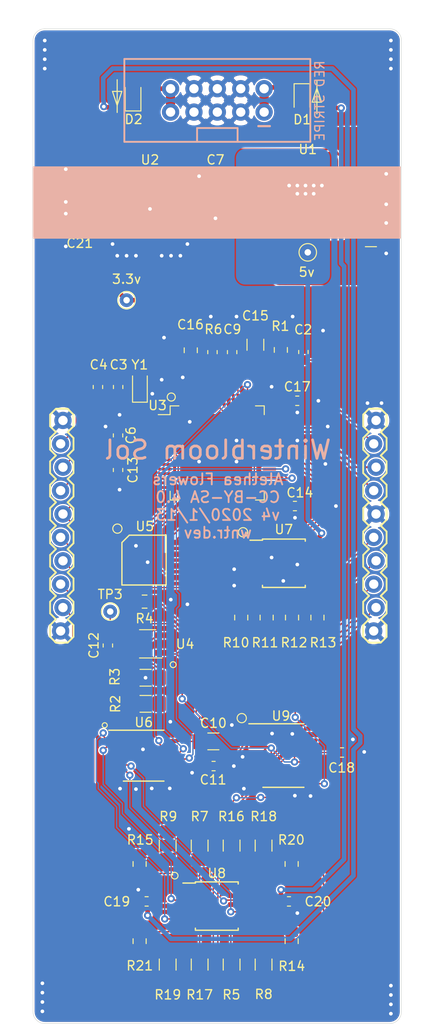
<source format=kicad_pcb>
(kicad_pcb (version 20171130) (host pcbnew "(5.1.5-0-10_14)")
  (title_block (title Sol) (date 2020-01-11) (rev v4) (company Winterbloom) (comment 1 "Alethea Flowers") (comment 2 thea.codes) (comment 3 "CC BY SA 4.0"))
  (layers (0 F.Cu signal) (31 B.Cu signal) (34 B.Paste user) (35 F.Paste user) (36 B.SilkS user hide) (37 F.SilkS user) (38 B.Mask user) (39 F.Mask user) (44 Edge.Cuts user))
  (net 0 "")
  (net 1 GND)
  (net 2 +12V)
  (net 3 Reset)
  (net 4 XIN)
  (net 5 XOUT)
  (net 6 VDDIO)
  (net 7 "Net-(D2-Pad2)")
  (net 8 NEOPIXEL)
  (net 9 SWDIO)
  (net 10 SWCLK)
  (net 11 D+)
  (net 12 D-)
  (net 13 +5V)
  (net 14 QSPI_CS)
  (net 15 "Net-(R7-Pad1)")
  (net 16 GATE_A_OUT)
  (net 17 GATE_B_OUT)
  (net 18 GATE_C_OUT)
  (net 19 GATE_D_OUT)
  (net 20 "Net-(U3-Pad3)")
  (net 21 "Net-(U3-Pad4)")
  (net 22 "Net-(U3-Pad5)")
  (net 23 "Net-(U3-Pad6)")
  (net 24 "Net-(U3-Pad9)")
  (net 25 "Net-(U3-Pad10)")
  (net 26 "Net-(U3-Pad11)")
  (net 27 "Net-(U3-Pad12)")
  (net 28 "Net-(U3-Pad13)")
  (net 29 "Net-(U3-Pad14)")
  (net 30 "Net-(U3-Pad15)")
  (net 31 "Net-(U3-Pad16)")
  (net 32 QSPI_D0)
  (net 33 QSPI_D1)
  (net 34 QSPI_D2)
  (net 35 QSPI_D3)
  (net 36 QSPI_SCLK)
  (net 37 "Net-(U3-Pad29)")
  (net 38 "Net-(U3-Pad30)")
  (net 39 "Net-(U3-Pad31)")
  (net 40 "Net-(U3-Pad32)")
  (net 41 "Net-(U3-Pad35)")
  (net 42 SCLK)
  (net 43 DAC_CS)
  (net 44 "Net-(U3-Pad38)")
  (net 45 "Net-(U3-Pad39)")
  (net 46 "Net-(U3-Pad40)")
  (net 47 GATE_A_IN)
  (net 48 GATE_B_IN)
  (net 49 GATE_C_IN)
  (net 50 GATE_D_IN)
  (net 51 MOSI)
  (net 52 "Net-(U3-Pad51)")
  (net 53 "Net-(U3-Pad55)")
  (net 54 "Net-(U3-Pad61)")
  (net 55 "Net-(U3-Pad62)")
  (net 56 "Net-(U3-Pad63)")
  (net 57 DAC_OUT_B)
  (net 58 DAC_OUT_A)
  (net 59 "Net-(U6-Pad8)")
  (net 60 "Net-(U3-Pad59)")
  (net 61 "Net-(U3-Pad60)")
  (net 62 VDDCORE)
  (net 63 -12V)
  (net 64 "Net-(D1-Pad1)")
  (net 65 2V5REF)
  (net 66 "Net-(R2-Pad2)")
  (net 67 "Net-(R5-Pad1)")
  (net 68 VREF_C)
  (net 69 VREF_A)
  (net 70 CV_C)
  (net 71 CV_A)
  (net 72 "Net-(R10-Pad1)")
  (net 73 "Net-(R11-Pad1)")
  (net 74 "Net-(R12-Pad2)")
  (net 75 "Net-(R13-Pad2)")
  (net 76 "Net-(R14-Pad2)")
  (net 77 "Net-(R15-Pad2)")
  (net 78 "Net-(R16-Pad1)")
  (net 79 VREF_D)
  (net 80 VREF_B)
  (net 81 "Net-(R17-Pad1)")
  (net 82 CV_D)
  (net 83 CV_B)
  (net 84 "Net-(R20-Pad2)")
  (net 85 "Net-(R21-Pad2)")
  (net 86 RANGE_A)
  (net 87 RANGE_B)
  (net 88 RANGE_C)
  (net 89 RANGE_D)
  (net 90 MISO)
  (net 91 MIDVREF)
  (net 92 DAC_OUT_C)
  (net 93 DAC_OUT_D)
  (net 94 "Net-(U9-Pad15)")
  (net 95 "Net-(C8-Pad1)")
  (module TestPoint:TestPoint_THTPad_D1.5mm_Drill0.7mm (layer F.Cu) (at 127.16 79.464 90)
    (fp_text reference TP2 hide)
    (fp_text value 3.3v (at 2.286 0 180) (layer F.SilkS))
    (pad 1 thru_hole circle (at 0 0 90) (size 1.5 1.5) (drill 0.7) (layers *.Cu *.Mask) (net 6 VDDIO))
  )
  (module flash:SOIC-8 (layer F.Cu) (at 129.0523 107.6834 270)
    (fp_text reference U5 (at -3.6576 -0.0889) (layer F.SilkS))
    (fp_text value W25Q32FVSS)
    (pad 8 smd rect (at -1.905 -3.65 270) (size 0.6 1.5) (layers F.Cu F.Paste F.Mask) (net 6 VDDIO))
    (pad 1 smd rect (at -1.905 3.65 270) (size 0.6 1.5) (layers F.Cu F.Paste F.Mask) (net 14 QSPI_CS))
    (pad 7 smd rect (at -0.635 -3.65 270) (size 0.6 1.5) (layers F.Cu F.Paste F.Mask) (net 35 QSPI_D3))
    (pad 2 smd rect (at -0.635 3.65 270) (size 0.6 1.5) (layers F.Cu F.Paste F.Mask) (net 33 QSPI_D1))
    (pad 6 smd rect (at 0.635 -3.65 270) (size 0.6 1.5) (layers F.Cu F.Paste F.Mask) (net 36 QSPI_SCLK))
    (pad 3 smd rect (at 0.635 3.65 270) (size 0.6 1.5) (layers F.Cu F.Paste F.Mask) (net 34 QSPI_D2))
    (pad 5 smd rect (at 1.905 -3.65 270) (size 0.6 1.5) (layers F.Cu F.Paste F.Mask) (net 32 QSPI_D0))
    (pad 4 smd rect (at 1.905 3.65 270) (size 0.6 1.5) (layers F.Cu F.Paste F.Mask) (net 1 GND))
  )
  (module Resistor_SMD:R_0805_2012Metric_Pad1.15x1.40mm_HandSolder (layer F.Cu) (at 147.8865 113.9242 90)
    (fp_text reference R13 (at -2.7254 0.609499 180) (layer F.SilkS))
    (fp_text value 1k)
    (pad 2 smd roundrect (at 1.025 0 90) (size 1.15 1.4) (layers F.Cu F.Paste F.Mask) (roundrect_rratio 0.217391) (net 75 "Net-(R13-Pad2)"))
    (pad 1 smd roundrect (at -1.025 0 90) (size 1.15 1.4) (layers F.Cu F.Paste F.Mask) (roundrect_rratio 0.217391) (net 19 GATE_D_OUT))
  )
  (module Package_SO:TSSOP-20_4.4x6.5mm_P0.65mm (layer F.Cu) (at 144.1907 128.9051)
    (fp_text reference U9 (at -0.2667 -4.3) (layer F.SilkS))
    (fp_text value TMUX1134)
    (pad 1 smd rect (at -2.95 -2.925) (size 1.45 0.45) (layers F.Cu F.Paste F.Mask) (net 86 RANGE_A))
    (pad 2 smd rect (at -2.95 -2.275) (size 1.45 0.45) (layers F.Cu F.Paste F.Mask) (net 1 GND))
    (pad 3 smd rect (at -2.95 -1.625) (size 1.45 0.45) (layers F.Cu F.Paste F.Mask) (net 69 VREF_A))
    (pad 4 smd rect (at -2.95 -0.975) (size 1.45 0.45) (layers F.Cu F.Paste F.Mask) (net 91 MIDVREF))
    (pad 5 smd rect (at -2.95 -0.325) (size 1.45 0.45) (layers F.Cu F.Paste F.Mask) (net 1 GND))
    (pad 6 smd rect (at -2.95 0.325) (size 1.45 0.45) (layers F.Cu F.Paste F.Mask) (net 1 GND))
    (pad 7 smd rect (at -2.95 0.975) (size 1.45 0.45) (layers F.Cu F.Paste F.Mask) (net 91 MIDVREF))
    (pad 8 smd rect (at -2.95 1.625) (size 1.45 0.45) (layers F.Cu F.Paste F.Mask) (net 80 VREF_B))
    (pad 9 smd rect (at -2.95 2.275) (size 1.45 0.45) (layers F.Cu F.Paste F.Mask) (net 1 GND))
    (pad 10 smd rect (at -2.95 2.925) (size 1.45 0.45) (layers F.Cu F.Paste F.Mask) (net 87 RANGE_B))
    (pad 11 smd rect (at 2.95 2.925) (size 1.45 0.45) (layers F.Cu F.Paste F.Mask) (net 88 RANGE_C))
    (pad 12 smd rect (at 2.95 2.275) (size 1.45 0.45) (layers F.Cu F.Paste F.Mask) (net 1 GND))
    (pad 13 smd rect (at 2.95 1.625) (size 1.45 0.45) (layers F.Cu F.Paste F.Mask) (net 68 VREF_C))
    (pad 14 smd rect (at 2.95 0.975) (size 1.45 0.45) (layers F.Cu F.Paste F.Mask) (net 91 MIDVREF))
    (pad 15 smd rect (at 2.95 0.325) (size 1.45 0.45) (layers F.Cu F.Paste F.Mask) (net 94 "Net-(U9-Pad15)"))
    (pad 16 smd rect (at 2.95 -0.325) (size 1.45 0.45) (layers F.Cu F.Paste F.Mask) (net 6 VDDIO))
    (pad 17 smd rect (at 2.95 -0.975) (size 1.45 0.45) (layers F.Cu F.Paste F.Mask) (net 91 MIDVREF))
    (pad 18 smd rect (at 2.95 -1.625) (size 1.45 0.45) (layers F.Cu F.Paste F.Mask) (net 79 VREF_D))
    (pad 19 smd rect (at 2.95 -2.275) (size 1.45 0.45) (layers F.Cu F.Paste F.Mask) (net 1 GND))
    (pad 20 smd rect (at 2.95 -2.925) (size 1.45 0.45) (layers F.Cu F.Paste F.Mask) (net 89 RANGE_D))
  )
  (module Capacitor_SMD:C_0603_1608Metric_Pad1.05x0.95mm_HandSolder (layer F.Cu) (at 125.128 116.9544 270)
    (fp_text reference C12 (at 0 1.524 90) (layer F.SilkS))
    (fp_text value 0.1uF)
    (pad 1 smd roundrect (at -0.875 0 270) (size 1.05 0.95) (layers F.Cu F.Paste F.Mask) (net 1 GND))
    (pad 2 smd roundrect (at 0.875 0 270) (size 1.05 0.95) (layers F.Cu F.Paste F.Mask) (net 6 VDDIO))
  )
  (module TestPoint:TestPoint_THTPad_D1.5mm_Drill0.7mm (layer F.Cu) (at 125.382 113.2714 180)
    (fp_text reference TP3 (at 0 1.8669) (layer F.SilkS))
    (fp_text value MIDV)
    (pad 1 thru_hole circle (at 0 0 180) (size 1.5 1.5) (drill 0.7) (layers *.Cu *.Mask) (net 91 MIDVREF))
  )
  (module Resistor_SMD:R_1206_3216Metric_Pad1.42x1.75mm_HandSolder (layer F.Cu) (at 129.2174 123.2917)
    (fp_text reference R2 (at -3.2639 0.0127 270) (layer F.SilkS))
    (fp_text value "4.70k 0.1%")
    (pad 1 smd roundrect (at -1.4875 0) (size 1.425 1.75) (layers F.Cu F.Paste F.Mask) (roundrect_rratio 0.175439) (net 65 2V5REF))
    (pad 2 smd roundrect (at 1.4875 0) (size 1.425 1.75) (layers F.Cu F.Paste F.Mask) (roundrect_rratio 0.175439) (net 66 "Net-(R2-Pad2)"))
  )
  (module Resistor_SMD:R_1206_3216Metric_Pad1.42x1.75mm_HandSolder (layer F.Cu) (at 129.2174 120.45745 180)
    (fp_text reference R3 (at 3.3274 0.09945 90) (layer F.SilkS))
    (fp_text value "9.09k 0.1%")
    (pad 2 smd roundrect (at 1.4875 0 180) (size 1.425 1.75) (layers F.Cu F.Paste F.Mask) (roundrect_rratio 0.175439) (net 1 GND))
    (pad 1 smd roundrect (at -1.4875 0 180) (size 1.425 1.75) (layers F.Cu F.Paste F.Mask) (roundrect_rratio 0.175439) (net 66 "Net-(R2-Pad2)"))
  )
  (module Capacitor_SMD:C_0603_1608Metric_Pad1.05x0.95mm_HandSolder (layer F.Cu) (at 126.2329 94.1452 90)
    (fp_text reference C6 (at 0.014 1.397 90) (layer F.SilkS))
    (fp_text value 0.1uF)
    (pad 2 smd roundrect (at 0.875 0 90) (size 1.05 0.95) (layers F.Cu F.Paste F.Mask) (net 1 GND))
    (pad 1 smd roundrect (at -0.875 0 90) (size 1.05 0.95) (layers F.Cu F.Paste F.Mask) (net 6 VDDIO))
  )
  (module Crystal:Crystal_SMD_2012-2Pin_2.0x1.2mm_HandSoldering (layer F.Cu) (at 128.6058 88.8886 90)
    (fp_text reference Y1 (at 2.413 -0.0106) (layer F.SilkS))
    (fp_text value Crystal)
    (pad 1 smd rect (at -0.925 0 90) (size 1.05 1.1) (layers F.Cu F.Paste F.Mask) (net 5 XOUT))
    (pad 2 smd rect (at 0.925 0 90) (size 1.05 1.1) (layers F.Cu F.Paste F.Mask) (net 4 XIN))
  )
  (module Capacitor_SMD:C_0603_1608Metric_Pad1.05x0.95mm_HandSolder (layer F.Cu) (at 124.0485 88.8886 90)
    (fp_text reference C4 (at 2.413 0.0762 180) (layer F.SilkS))
    (fp_text value 22pF)
    (pad 1 smd roundrect (at -0.875 0 90) (size 1.05 0.95) (layers F.Cu F.Paste F.Mask) (net 5 XOUT))
    (pad 2 smd roundrect (at 0.875 0 90) (size 1.05 0.95) (layers F.Cu F.Paste F.Mask) (net 1 GND))
  )
  (module Capacitor_SMD:C_0603_1608Metric_Pad1.05x0.95mm_HandSolder (layer F.Cu) (at 126.24215 88.8886 270)
    (fp_text reference C3 (at -2.413 -0.05425 180) (layer F.SilkS))
    (fp_text value 22pF)
    (pad 2 smd roundrect (at 0.875 0 270) (size 1.05 0.95) (layers F.Cu F.Paste F.Mask) (net 1 GND))
    (pad 1 smd roundrect (at -0.875 0 270) (size 1.05 0.95) (layers F.Cu F.Paste F.Mask) (net 4 XIN))
  )
  (module Package_SO:TSSOP-14_4.4x5mm_P0.65mm (layer F.Cu) (at 136.9568 145.2499)
    (fp_text reference U8 (at 0 -3.5559) (layer F.SilkS))
    (fp_text value OPA4197)
    (pad 1 smd rect (at -2.95 -1.95) (size 1.45 0.45) (layers F.Cu F.Paste F.Mask) (net 77 "Net-(R15-Pad2)"))
    (pad 2 smd rect (at -2.95 -1.3) (size 1.45 0.45) (layers F.Cu F.Paste F.Mask) (net 15 "Net-(R7-Pad1)"))
    (pad 3 smd rect (at -2.95 -0.65) (size 1.45 0.45) (layers F.Cu F.Paste F.Mask) (net 58 DAC_OUT_A))
    (pad 4 smd rect (at -2.95 0) (size 1.45 0.45) (layers F.Cu F.Paste F.Mask) (net 2 +12V))
    (pad 5 smd rect (at -2.95 0.65) (size 1.45 0.45) (layers F.Cu F.Paste F.Mask) (net 57 DAC_OUT_B))
    (pad 6 smd rect (at -2.95 1.3) (size 1.45 0.45) (layers F.Cu F.Paste F.Mask) (net 81 "Net-(R17-Pad1)"))
    (pad 7 smd rect (at -2.95 1.95) (size 1.45 0.45) (layers F.Cu F.Paste F.Mask) (net 85 "Net-(R21-Pad2)"))
    (pad 8 smd rect (at 2.95 1.95) (size 1.45 0.45) (layers F.Cu F.Paste F.Mask) (net 76 "Net-(R14-Pad2)"))
    (pad 9 smd rect (at 2.95 1.3) (size 1.45 0.45) (layers F.Cu F.Paste F.Mask) (net 67 "Net-(R5-Pad1)"))
    (pad 10 smd rect (at 2.95 0.65) (size 1.45 0.45) (layers F.Cu F.Paste F.Mask) (net 92 DAC_OUT_C))
    (pad 11 smd rect (at 2.95 0) (size 1.45 0.45) (layers F.Cu F.Paste F.Mask) (net 63 -12V))
    (pad 12 smd rect (at 2.95 -0.65) (size 1.45 0.45) (layers F.Cu F.Paste F.Mask) (net 93 DAC_OUT_D))
    (pad 13 smd rect (at 2.95 -1.3) (size 1.45 0.45) (layers F.Cu F.Paste F.Mask) (net 78 "Net-(R16-Pad1)"))
    (pad 14 smd rect (at 2.95 -1.95) (size 1.45 0.45) (layers F.Cu F.Paste F.Mask) (net 84 "Net-(R20-Pad2)"))
  )
  (module Package_SO:TSSOP-16_4.4x5mm_P0.65mm (layer F.Cu) (at 129.0142 128.9551)
    (fp_text reference U6 (at 0.0127 -3.6449) (layer F.SilkS))
    (fp_text value AD5685xRUZ)
    (pad 1 smd rect (at -2.95 -2.275) (size 1.5 0.45) (layers F.Cu F.Paste F.Mask) (net 65 2V5REF))
    (pad 2 smd rect (at -2.95 -1.625) (size 1.5 0.45) (layers F.Cu F.Paste F.Mask) (net 57 DAC_OUT_B))
    (pad 3 smd rect (at -2.95 -0.975) (size 1.5 0.45) (layers F.Cu F.Paste F.Mask) (net 58 DAC_OUT_A))
    (pad 4 smd rect (at -2.95 -0.325) (size 1.5 0.45) (layers F.Cu F.Paste F.Mask) (net 1 GND))
    (pad 5 smd rect (at -2.95 0.325) (size 1.5 0.45) (layers F.Cu F.Paste F.Mask) (net 6 VDDIO))
    (pad 6 smd rect (at -2.95 0.975) (size 1.5 0.45) (layers F.Cu F.Paste F.Mask) (net 92 DAC_OUT_C))
    (pad 7 smd rect (at -2.95 1.625) (size 1.5 0.45) (layers F.Cu F.Paste F.Mask) (net 93 DAC_OUT_D))
    (pad 8 smd rect (at -2.95 2.275) (size 1.5 0.45) (layers F.Cu F.Paste F.Mask) (net 59 "Net-(U6-Pad8)"))
    (pad 9 smd rect (at 2.95 2.275) (size 1.5 0.45) (layers F.Cu F.Paste F.Mask) (net 1 GND))
    (pad 10 smd rect (at 2.95 1.625) (size 1.5 0.45) (layers F.Cu F.Paste F.Mask) (net 1 GND))
    (pad 11 smd rect (at 2.95 0.975) (size 1.5 0.45) (layers F.Cu F.Paste F.Mask) (net 6 VDDIO))
    (pad 12 smd rect (at 2.95 0.325) (size 1.5 0.45) (layers F.Cu F.Paste F.Mask) (net 42 SCLK))
    (pad 13 smd rect (at 2.95 -0.325) (size 1.5 0.45) (layers F.Cu F.Paste F.Mask) (net 43 DAC_CS))
    (pad 14 smd rect (at 2.95 -0.975) (size 1.5 0.45) (layers F.Cu F.Paste F.Mask) (net 51 MOSI))
    (pad 15 smd rect (at 2.95 -1.625) (size 1.5 0.45) (layers F.Cu F.Paste F.Mask) (net 6 VDDIO))
    (pad 16 smd rect (at 2.95 -2.275) (size 1.5 0.45) (layers F.Cu F.Paste F.Mask) (net 1 GND))
  )
  (module Resistor_SMD:R_1206_3216Metric_Pad1.42x1.75mm_HandSolder (layer F.Cu) (at 138.565466 151.5999 270)
    (fp_text reference R5 (at 3.2766 0.021166 180) (layer F.SilkS))
    (fp_text value "2.94k 0.1%")
    (pad 1 smd roundrect (at -1.4875 0 270) (size 1.425 1.75) (layers F.Cu F.Paste F.Mask) (roundrect_rratio 0.175439) (net 67 "Net-(R5-Pad1)"))
    (pad 2 smd roundrect (at 1.4875 0 270) (size 1.425 1.75) (layers F.Cu F.Paste F.Mask) (roundrect_rratio 0.175439) (net 68 VREF_C))
  )
  (module Resistor_SMD:R_1206_3216Metric_Pad1.42x1.75mm_HandSolder (layer F.Cu) (at 135.094133 138.6824 90)
    (fp_text reference R7 (at 3.1607 -0.004233 180) (layer F.SilkS))
    (fp_text value "2.94k 0.1%")
    (pad 1 smd roundrect (at -1.4875 0 90) (size 1.425 1.75) (layers F.Cu F.Paste F.Mask) (roundrect_rratio 0.175439) (net 15 "Net-(R7-Pad1)"))
    (pad 2 smd roundrect (at 1.4875 0 90) (size 1.425 1.75) (layers F.Cu F.Paste F.Mask) (roundrect_rratio 0.175439) (net 69 VREF_A))
  )
  (module Resistor_SMD:R_1206_3216Metric_Pad1.42x1.75mm_HandSolder (layer F.Cu) (at 142.0368 151.5999 270)
    (fp_text reference R8 (at 3.2258 -0.0127 180) (layer F.SilkS))
    (fp_text value "9.09k 0.1%")
    (pad 2 smd roundrect (at 1.4875 0 270) (size 1.425 1.75) (layers F.Cu F.Paste F.Mask) (roundrect_rratio 0.175439) (net 67 "Net-(R5-Pad1)"))
    (pad 1 smd roundrect (at -1.4875 0 270) (size 1.425 1.75) (layers F.Cu F.Paste F.Mask) (roundrect_rratio 0.175439) (net 70 CV_C))
  )
  (module Resistor_SMD:R_1206_3216Metric_Pad1.42x1.75mm_HandSolder (layer F.Cu) (at 131.6228 138.6824 90)
    (fp_text reference R9 (at 3.1607 0.0635 180) (layer F.SilkS))
    (fp_text value "9.09k 0.1%")
    (pad 2 smd roundrect (at 1.4875 0 90) (size 1.425 1.75) (layers F.Cu F.Paste F.Mask) (roundrect_rratio 0.175439) (net 15 "Net-(R7-Pad1)"))
    (pad 1 smd roundrect (at -1.4875 0 90) (size 1.425 1.75) (layers F.Cu F.Paste F.Mask) (roundrect_rratio 0.175439) (net 71 CV_A))
  )
  (module Resistor_SMD:R_1206_3216Metric_Pad1.42x1.75mm_HandSolder (layer F.Cu) (at 142.0368 138.6824 90)
    (fp_text reference R18 (at 3.1607 0.0127 180) (layer F.SilkS))
    (fp_text value "9.09k 0.1%")
    (pad 1 smd roundrect (at -1.4875 0 90) (size 1.425 1.75) (layers F.Cu F.Paste F.Mask) (roundrect_rratio 0.175439) (net 82 CV_D))
    (pad 2 smd roundrect (at 1.4875 0 90) (size 1.425 1.75) (layers F.Cu F.Paste F.Mask) (roundrect_rratio 0.175439) (net 78 "Net-(R16-Pad1)"))
  )
  (module Resistor_SMD:R_1206_3216Metric_Pad1.42x1.75mm_HandSolder (layer F.Cu) (at 131.6228 151.5999 270)
    (fp_text reference R19 (at 3.2766 -0.0127 180) (layer F.SilkS))
    (fp_text value "9.09k 0.1%")
    (pad 1 smd roundrect (at -1.4875 0 270) (size 1.425 1.75) (layers F.Cu F.Paste F.Mask) (roundrect_rratio 0.175439) (net 83 CV_B))
    (pad 2 smd roundrect (at 1.4875 0 270) (size 1.425 1.75) (layers F.Cu F.Paste F.Mask) (roundrect_rratio 0.175439) (net 81 "Net-(R17-Pad1)"))
  )
  (module Resistor_SMD:R_1206_3216Metric_Pad1.42x1.75mm_HandSolder (layer F.Cu) (at 138.565466 138.6824 90)
    (fp_text reference R16 (at 3.1607 -0.021166 180) (layer F.SilkS))
    (fp_text value "2.94k 0.1%")
    (pad 1 smd roundrect (at -1.4875 0 90) (size 1.425 1.75) (layers F.Cu F.Paste F.Mask) (roundrect_rratio 0.175439) (net 78 "Net-(R16-Pad1)"))
    (pad 2 smd roundrect (at 1.4875 0 90) (size 1.425 1.75) (layers F.Cu F.Paste F.Mask) (roundrect_rratio 0.175439) (net 79 VREF_D))
  )
  (module Resistor_SMD:R_1206_3216Metric_Pad1.42x1.75mm_HandSolder (layer F.Cu) (at 135.094133 151.5999 270)
    (fp_text reference R17 (at 3.2766 0.004233 180) (layer F.SilkS))
    (fp_text value "2.94k 0.1%")
    (pad 2 smd roundrect (at 1.4875 0 270) (size 1.425 1.75) (layers F.Cu F.Paste F.Mask) (roundrect_rratio 0.175439) (net 80 VREF_B))
    (pad 1 smd roundrect (at -1.4875 0 270) (size 1.425 1.75) (layers F.Cu F.Paste F.Mask) (roundrect_rratio 0.175439) (net 81 "Net-(R17-Pad1)"))
  )
  (module Connectors:2X5-SHROUDED (layer B.Cu) (at 137.0152 57.7724 90)
    (fp_text reference J1 hide)
    (fp_text value CONN_05X2SHD hide)
    (pad 1 thru_hole circle (at -1.27 5.08 90) (size 1.8796 1.8796) (drill 1.016) (layers *.Cu *.Mask) (net 64 "Net-(D1-Pad1)"))
    (pad 2 thru_hole circle (at 1.27 5.08 90) (size 1.8796 1.8796) (drill 1.016) (layers *.Cu *.Mask) (net 64 "Net-(D1-Pad1)"))
    (pad 3 thru_hole circle (at -1.27 2.54 90) (size 1.8796 1.8796) (drill 1.016) (layers *.Cu *.Mask) (net 1 GND))
    (pad 4 thru_hole circle (at 1.27 2.54 90) (size 1.8796 1.8796) (drill 1.016) (layers *.Cu *.Mask) (net 1 GND))
    (pad 5 thru_hole circle (at -1.27 0 90) (size 1.8796 1.8796) (drill 1.016) (layers *.Cu *.Mask) (net 1 GND))
    (pad 6 thru_hole circle (at 1.27 0 90) (size 1.8796 1.8796) (drill 1.016) (layers *.Cu *.Mask) (net 1 GND))
    (pad 7 thru_hole circle (at -1.27 -2.54 90) (size 1.8796 1.8796) (drill 1.016) (layers *.Cu *.Mask) (net 1 GND))
    (pad 8 thru_hole circle (at 1.27 -2.54 90) (size 1.8796 1.8796) (drill 1.016) (layers *.Cu *.Mask) (net 1 GND))
    (pad 9 thru_hole circle (at -1.27 -5.08 90) (size 1.8796 1.8796) (drill 1.016) (layers *.Cu *.Mask) (net 7 "Net-(D2-Pad2)"))
    (pad 10 thru_hole circle (at 1.27 -5.08 90) (size 1.8796 1.8796) (drill 1.016) (layers *.Cu *.Mask) (net 7 "Net-(D2-Pad2)"))
  )
  (module TestPoint:TestPoint_THTPad_D1.5mm_Drill0.7mm (layer F.Cu) (at 146.8374 74.2696 270)
    (fp_text reference TP1 hide)
    (fp_text value 5v (at 2.1464 0.1194 180) (layer F.SilkS))
    (pad 1 thru_hole circle (at 0 0 270) (size 1.5 1.5) (drill 0.7) (layers *.Cu *.Mask) (net 13 +5V))
  )
  (module Package_TO_SOT_SMD:SOT-223-3_TabPin2 (layer F.Cu) (at 146.8374 68.1736 90)
    (fp_text reference U1 (at 5.08 0 180) (layer F.SilkS))
    (fp_text value LM1117-5.0)
    (pad 1 smd rect (at -3.15 -2.3 90) (size 2 1.5) (layers F.Cu F.Paste F.Mask) (net 1 GND))
    (pad 3 smd rect (at -3.15 2.3 90) (size 2 1.5) (layers F.Cu F.Paste F.Mask) (net 2 +12V))
    (pad 2 smd rect (at -3.15 0 90) (size 2 1.5) (layers F.Cu F.Paste F.Mask) (net 13 +5V))
    (pad 2 smd rect (at 3.15 0 90) (size 2 3.8) (layers F.Cu F.Paste F.Mask) (net 13 +5V))
  )
  (module Package_SO:TSSOP-14_4.4x5mm_P0.65mm (layer F.Cu) (at 144.2415 108.0263)
    (fp_text reference U7 (at 0 -3.6703) (layer F.SilkS))
    (fp_text value SN74AHCT125)
    (pad 1 smd rect (at -2.95 -1.95) (size 1.45 0.45) (layers F.Cu F.Paste F.Mask) (net 1 GND))
    (pad 2 smd rect (at -2.95 -1.3) (size 1.45 0.45) (layers F.Cu F.Paste F.Mask) (net 47 GATE_A_IN))
    (pad 3 smd rect (at -2.95 -0.65) (size 1.45 0.45) (layers F.Cu F.Paste F.Mask) (net 72 "Net-(R10-Pad1)"))
    (pad 4 smd rect (at -2.95 0) (size 1.45 0.45) (layers F.Cu F.Paste F.Mask) (net 1 GND))
    (pad 5 smd rect (at -2.95 0.65) (size 1.45 0.45) (layers F.Cu F.Paste F.Mask) (net 48 GATE_B_IN))
    (pad 6 smd rect (at -2.95 1.3) (size 1.45 0.45) (layers F.Cu F.Paste F.Mask) (net 73 "Net-(R11-Pad1)"))
    (pad 7 smd rect (at -2.95 1.95) (size 1.45 0.45) (layers F.Cu F.Paste F.Mask) (net 1 GND))
    (pad 8 smd rect (at 2.95 1.95) (size 1.45 0.45) (layers F.Cu F.Paste F.Mask) (net 74 "Net-(R12-Pad2)"))
    (pad 9 smd rect (at 2.95 1.3) (size 1.45 0.45) (layers F.Cu F.Paste F.Mask) (net 49 GATE_C_IN))
    (pad 10 smd rect (at 2.95 0.65) (size 1.45 0.45) (layers F.Cu F.Paste F.Mask) (net 1 GND))
    (pad 11 smd rect (at 2.95 0) (size 1.45 0.45) (layers F.Cu F.Paste F.Mask) (net 75 "Net-(R13-Pad2)"))
    (pad 12 smd rect (at 2.95 -0.65) (size 1.45 0.45) (layers F.Cu F.Paste F.Mask) (net 50 GATE_D_IN))
    (pad 13 smd rect (at 2.95 -1.3) (size 1.45 0.45) (layers F.Cu F.Paste F.Mask) (net 1 GND))
    (pad 14 smd rect (at 2.95 -1.95) (size 1.45 0.45) (layers F.Cu F.Paste F.Mask) (net 13 +5V))
  )
  (module Capacitor_SMD:C_1206_3216Metric_Pad1.42x1.75mm_HandSolder (layer F.Cu) (at 153.6954 67.4116)
    (fp_text reference C1 (at 0.0254 -1.8288) (layer F.SilkS))
    (fp_text value 22uF)
    (pad 1 smd roundrect (at -1.4875 0) (size 1.425 1.75) (layers F.Cu F.Paste F.Mask) (roundrect_rratio 0.175439) (net 2 +12V))
    (pad 2 smd roundrect (at 1.4875 0.084666) (size 1.425 1.75) (layers F.Cu F.Paste F.Mask) (roundrect_rratio 0.175439) (net 1 GND))
  )
  (module Capacitor_SMD:C_1206_3216Metric_Pad1.42x1.75mm_HandSolder (layer F.Cu) (at 153.6954 72.7456)
    (fp_text reference C5 (at -0.0254 -1.8288) (layer F.SilkS))
    (fp_text value 22uF)
    (pad 1 smd roundrect (at -1.4875 0) (size 1.425 1.75) (layers F.Cu F.Paste F.Mask) (roundrect_rratio 0.175439) (net 13 +5V))
    (pad 2 smd roundrect (at 1.4875 0) (size 1.425 1.75) (layers F.Cu F.Paste F.Mask) (roundrect_rratio 0.175439) (net 1 GND))
  )
  (module Capacitor_SMD:C_1206_3216Metric_Pad1.42x1.75mm_HandSolder (layer F.Cu) (at 136.5834 127.3684)
    (fp_text reference C10 (at 0 -1.9812) (layer F.SilkS))
    (fp_text value 10uF)
    (pad 2 smd roundrect (at 1.4875 0) (size 1.425 1.75) (layers F.Cu F.Paste F.Mask) (roundrect_rratio 0.175439) (net 1 GND))
    (pad 1 smd roundrect (at -1.4875 0) (size 1.425 1.75) (layers F.Cu F.Paste F.Mask) (roundrect_rratio 0.175439) (net 6 VDDIO))
  )
  (module Capacitor_SMD:C_1206_3216Metric_Pad1.42x1.75mm_HandSolder (layer F.Cu) (at 141.149 84.3032 90)
    (fp_text reference C15 (at 3.1496 0) (layer F.SilkS))
    (fp_text value 4.7uF)
    (pad 2 smd roundrect (at 1.4875 0 90) (size 1.425 1.75) (layers F.Cu F.Paste F.Mask) (roundrect_rratio 0.175439) (net 1 GND))
    (pad 1 smd roundrect (at -1.4875 0 90) (size 1.425 1.75) (layers F.Cu F.Paste F.Mask) (roundrect_rratio 0.175439) (net 62 VDDCORE))
  )
  (module Package_QFP:TQFP-64_10x10mm_P0.5mm (layer F.Cu) (at 137 96.05)
    (fp_text reference U3 (at -6.477 -5.1562 180) (layer F.SilkS))
    (fp_text value SAMD51J)
    (pad 1 smd roundrect (at -5.6625 -3.75) (size 1.475 0.3) (layers F.Cu F.Paste F.Mask) (net 4 XIN))
    (pad 2 smd roundrect (at -5.6625 -3.25) (size 1.475 0.3) (layers F.Cu F.Paste F.Mask) (net 5 XOUT))
    (pad 3 smd roundrect (at -5.6625 -2.75) (size 1.475 0.3) (layers F.Cu F.Paste F.Mask) (net 20 "Net-(U3-Pad3)"))
    (pad 4 smd roundrect (at -5.6625 -2.25) (size 1.475 0.3) (layers F.Cu F.Paste F.Mask) (net 21 "Net-(U3-Pad4)"))
    (pad 5 smd roundrect (at -5.6625 -1.75) (size 1.475 0.3) (layers F.Cu F.Paste F.Mask) (net 22 "Net-(U3-Pad5)"))
    (pad 6 smd roundrect (at -5.6625 -1.25) (size 1.475 0.3) (layers F.Cu F.Paste F.Mask) (net 23 "Net-(U3-Pad6)"))
    (pad 7 smd roundrect (at -5.6625 -0.75) (size 1.475 0.3) (layers F.Cu F.Paste F.Mask) (net 1 GND))
    (pad 8 smd roundrect (at -5.6625 -0.25) (size 1.475 0.3) (layers F.Cu F.Paste F.Mask) (net 6 VDDIO))
    (pad 9 smd roundrect (at -5.6625 0.25) (size 1.475 0.3) (layers F.Cu F.Paste F.Mask) (net 24 "Net-(U3-Pad9)"))
    (pad 10 smd roundrect (at -5.6625 0.75) (size 1.475 0.3) (layers F.Cu F.Paste F.Mask) (net 25 "Net-(U3-Pad10)"))
    (pad 11 smd roundrect (at -5.6625 1.25) (size 1.475 0.3) (layers F.Cu F.Paste F.Mask) (net 26 "Net-(U3-Pad11)"))
    (pad 12 smd roundrect (at -5.6625 1.75) (size 1.475 0.3) (layers F.Cu F.Paste F.Mask) (net 27 "Net-(U3-Pad12)"))
    (pad 13 smd roundrect (at -5.6625 2.25) (size 1.475 0.3) (layers F.Cu F.Paste F.Mask) (net 28 "Net-(U3-Pad13)"))
    (pad 14 smd roundrect (at -5.6625 2.75) (size 1.475 0.3) (layers F.Cu F.Paste F.Mask) (net 29 "Net-(U3-Pad14)"))
    (pad 15 smd roundrect (at -5.6625 3.25) (size 1.475 0.3) (layers F.Cu F.Paste F.Mask) (net 30 "Net-(U3-Pad15)"))
    (pad 16 smd roundrect (at -5.6625 3.75) (size 1.475 0.3) (layers F.Cu F.Paste F.Mask) (net 31 "Net-(U3-Pad16)"))
    (pad 17 smd roundrect (at -3.75 5.6625) (size 0.3 1.475) (layers F.Cu F.Paste F.Mask) (net 32 QSPI_D0))
    (pad 18 smd roundrect (at -3.25 5.6625) (size 0.3 1.475) (layers F.Cu F.Paste F.Mask) (net 33 QSPI_D1))
    (pad 19 smd roundrect (at -2.75 5.6625) (size 0.3 1.475) (layers F.Cu F.Paste F.Mask) (net 34 QSPI_D2))
    (pad 20 smd roundrect (at -2.25 5.6625) (size 0.3 1.475) (layers F.Cu F.Paste F.Mask) (net 35 QSPI_D3))
    (pad 21 smd roundrect (at -1.75 5.6625) (size 0.3 1.475) (layers F.Cu F.Paste F.Mask) (net 6 VDDIO))
    (pad 22 smd roundrect (at -1.25 5.6625) (size 0.3 1.475) (layers F.Cu F.Paste F.Mask) (net 1 GND))
    (pad 23 smd roundrect (at -0.75 5.6625) (size 0.3 1.475) (layers F.Cu F.Paste F.Mask) (net 36 QSPI_SCLK))
    (pad 24 smd roundrect (at -0.25 5.6625) (size 0.3 1.475) (layers F.Cu F.Paste F.Mask) (net 14 QSPI_CS))
    (pad 25 smd roundrect (at 0.25 5.6625) (size 0.3 1.475) (layers F.Cu F.Paste F.Mask) (net 86 RANGE_A))
    (pad 26 smd roundrect (at 0.75 5.6625) (size 0.3 1.475) (layers F.Cu F.Paste F.Mask) (net 87 RANGE_B))
    (pad 27 smd roundrect (at 1.25 5.6625) (size 0.3 1.475) (layers F.Cu F.Paste F.Mask) (net 88 RANGE_C))
    (pad 28 smd roundrect (at 1.75 5.6625) (size 0.3 1.475) (layers F.Cu F.Paste F.Mask) (net 89 RANGE_D))
    (pad 29 smd roundrect (at 2.25 5.6625) (size 0.3 1.475) (layers F.Cu F.Paste F.Mask) (net 37 "Net-(U3-Pad29)"))
    (pad 30 smd roundrect (at 2.75 5.6625) (size 0.3 1.475) (layers F.Cu F.Paste F.Mask) (net 38 "Net-(U3-Pad30)"))
    (pad 31 smd roundrect (at 3.25 5.6625) (size 0.3 1.475) (layers F.Cu F.Paste F.Mask) (net 39 "Net-(U3-Pad31)"))
    (pad 32 smd roundrect (at 3.75 5.6625) (size 0.3 1.475) (layers F.Cu F.Paste F.Mask) (net 40 "Net-(U3-Pad32)"))
    (pad 33 smd roundrect (at 5.6625 3.75) (size 1.475 0.3) (layers F.Cu F.Paste F.Mask) (net 1 GND))
    (pad 34 smd roundrect (at 5.6625 3.25) (size 1.475 0.3) (layers F.Cu F.Paste F.Mask) (net 6 VDDIO))
    (pad 35 smd roundrect (at 5.6625 2.75) (size 1.475 0.3) (layers F.Cu F.Paste F.Mask) (net 41 "Net-(U3-Pad35)"))
    (pad 36 smd roundrect (at 5.6625 2.25) (size 1.475 0.3) (layers F.Cu F.Paste F.Mask) (net 42 SCLK))
    (pad 37 smd roundrect (at 5.6625 1.75) (size 1.475 0.3) (layers F.Cu F.Paste F.Mask) (net 43 DAC_CS))
    (pad 38 smd roundrect (at 5.6625 1.25) (size 1.475 0.3) (layers F.Cu F.Paste F.Mask) (net 44 "Net-(U3-Pad38)"))
    (pad 39 smd roundrect (at 5.6625 0.75) (size 1.475 0.3) (layers F.Cu F.Paste F.Mask) (net 45 "Net-(U3-Pad39)"))
    (pad 40 smd roundrect (at 5.6625 0.25) (size 1.475 0.3) (layers F.Cu F.Paste F.Mask) (net 46 "Net-(U3-Pad40)"))
    (pad 41 smd roundrect (at 5.6625 -0.25) (size 1.475 0.3) (layers F.Cu F.Paste F.Mask) (net 47 GATE_A_IN))
    (pad 42 smd roundrect (at 5.6625 -0.75) (size 1.475 0.3) (layers F.Cu F.Paste F.Mask) (net 48 GATE_B_IN))
    (pad 43 smd roundrect (at 5.6625 -1.25) (size 1.475 0.3) (layers F.Cu F.Paste F.Mask) (net 49 GATE_C_IN))
    (pad 44 smd roundrect (at 5.6625 -1.75) (size 1.475 0.3) (layers F.Cu F.Paste F.Mask) (net 50 GATE_D_IN))
    (pad 45 smd roundrect (at 5.6625 -2.25) (size 1.475 0.3) (layers F.Cu F.Paste F.Mask) (net 12 D-))
    (pad 46 smd roundrect (at 5.6625 -2.75) (size 1.475 0.3) (layers F.Cu F.Paste F.Mask) (net 11 D+))
    (pad 47 smd roundrect (at 5.6625 -3.25) (size 1.475 0.3) (layers F.Cu F.Paste F.Mask) (net 1 GND))
    (pad 48 smd roundrect (at 5.6625 -3.75) (size 1.475 0.3) (layers F.Cu F.Paste F.Mask) (net 6 VDDIO))
    (pad 49 smd roundrect (at 3.75 -5.6625) (size 0.3 1.475) (layers F.Cu F.Paste F.Mask) (net 90 MISO))
    (pad 50 smd roundrect (at 3.25 -5.6625) (size 0.3 1.475) (layers F.Cu F.Paste F.Mask) (net 51 MOSI))
    (pad 51 smd roundrect (at 2.75 -5.6625) (size 0.3 1.475) (layers F.Cu F.Paste F.Mask) (net 52 "Net-(U3-Pad51)"))
    (pad 52 smd roundrect (at 2.25 -5.6625) (size 0.3 1.475) (layers F.Cu F.Paste F.Mask) (net 3 Reset))
    (pad 53 smd roundrect (at 1.75 -5.6625) (size 0.3 1.475) (layers F.Cu F.Paste F.Mask) (net 62 VDDCORE))
    (pad 54 smd roundrect (at 1.25 -5.6625) (size 0.3 1.475) (layers F.Cu F.Paste F.Mask) (net 1 GND))
    (pad 55 smd roundrect (at 0.75 -5.6625) (size 0.3 1.475) (layers F.Cu F.Paste F.Mask) (net 53 "Net-(U3-Pad55)"))
    (pad 56 smd roundrect (at 0.25 -5.6625) (size 0.3 1.475) (layers F.Cu F.Paste F.Mask) (net 6 VDDIO))
    (pad 57 smd roundrect (at -0.25 -5.6625) (size 0.3 1.475) (layers F.Cu F.Paste F.Mask) (net 10 SWCLK))
    (pad 58 smd roundrect (at -0.75 -5.6625) (size 0.3 1.475) (layers F.Cu F.Paste F.Mask) (net 9 SWDIO))
    (pad 59 smd roundrect (at -1.25 -5.6625) (size 0.3 1.475) (layers F.Cu F.Paste F.Mask) (net 60 "Net-(U3-Pad59)"))
    (pad 60 smd roundrect (at -1.75 -5.6625) (size 0.3 1.475) (layers F.Cu F.Paste F.Mask) (net 61 "Net-(U3-Pad60)"))
    (pad 61 smd roundrect (at -2.25 -5.6625) (size 0.3 1.475) (layers F.Cu F.Paste F.Mask) (net 54 "Net-(U3-Pad61)"))
    (pad 62 smd roundrect (at -2.75 -5.6625) (size 0.3 1.475) (layers F.Cu F.Paste F.Mask) (net 55 "Net-(U3-Pad62)"))
    (pad 63 smd roundrect (at -3.25 -5.6625) (size 0.3 1.475) (layers F.Cu F.Paste F.Mask) (net 56 "Net-(U3-Pad63)"))
    (pad 64 smd roundrect (at -3.75 -5.6625) (size 0.3 1.475) (layers F.Cu F.Paste F.Mask) (net 8 NEOPIXEL))
  )
  (module Capacitor_SMD:C_0603_1608Metric_Pad1.05x0.95mm_HandSolder (layer F.Cu) (at 138.6225 85.1032 90)
    (fp_text reference C9 (at 2.477 0.017334 180) (layer F.SilkS))
    (fp_text value 0.1uF)
    (pad 1 smd roundrect (at -0.875 0 90) (size 1.05 0.95) (layers F.Cu F.Paste F.Mask) (net 62 VDDCORE))
    (pad 2 smd roundrect (at 0.875 0 90) (size 1.05 0.95) (layers F.Cu F.Paste F.Mask) (net 1 GND))
  )
  (module Capacitor_SMD:C_0603_1608Metric_Pad1.05x0.95mm_HandSolder (layer F.Cu) (at 136.6088 130.0481)
    (fp_text reference C11 (at -0.0508 1.4859) (layer F.SilkS))
    (fp_text value 0.1uF)
    (pad 2 smd roundrect (at 0.875 0) (size 1.05 0.95) (layers F.Cu F.Paste F.Mask) (net 1 GND))
    (pad 1 smd roundrect (at -0.875 0) (size 1.05 0.95) (layers F.Cu F.Paste F.Mask) (net 6 VDDIO))
  )
  (module Capacitor_SMD:C_0603_1608Metric_Pad1.05x0.95mm_HandSolder (layer F.Cu) (at 126.2329 97.9044 270)
    (fp_text reference C13 (at 0 -1.6002 90) (layer F.SilkS))
    (fp_text value 0.1uF)
    (pad 2 smd roundrect (at 0.875 0 270) (size 1.05 0.95) (layers F.Cu F.Paste F.Mask) (net 1 GND))
    (pad 1 smd roundrect (at -0.875 0 270) (size 1.05 0.95) (layers F.Cu F.Paste F.Mask) (net 6 VDDIO))
  )
  (module Capacitor_SMD:C_0603_1608Metric_Pad1.05x0.95mm_HandSolder (layer F.Cu) (at 145.4404 101.8159)
    (fp_text reference C14 (at 0.5334 -1.4478) (layer F.SilkS))
    (fp_text value 0.1uF)
    (pad 2 smd roundrect (at 0.875 0) (size 1.05 0.95) (layers F.Cu F.Paste F.Mask) (net 1 GND))
    (pad 1 smd roundrect (at -0.875 0) (size 1.05 0.95) (layers F.Cu F.Paste F.Mask) (net 6 VDDIO))
  )
  (module Capacitor_SMD:C_0603_1608Metric_Pad1.05x0.95mm_HandSolder (layer F.Cu) (at 136.486 85.1032 90)
    (fp_text reference C16 (at 2.985 -2.387333 180) (layer F.SilkS))
    (fp_text value 0.1uF)
    (pad 1 smd roundrect (at -0.875 0 90) (size 1.05 0.95) (layers F.Cu F.Paste F.Mask) (net 6 VDDIO))
    (pad 2 smd roundrect (at 0.875 0 90) (size 1.05 0.95) (layers F.Cu F.Paste F.Mask) (net 1 GND))
  )
  (module Capacitor_SMD:C_0603_1608Metric_Pad1.05x0.95mm_HandSolder (layer F.Cu) (at 145.6944 90.3859 180)
    (fp_text reference C17 (at 0 1.524) (layer F.SilkS))
    (fp_text value 0.1uF)
    (pad 1 smd roundrect (at -0.875 0 180) (size 1.05 0.95) (layers F.Cu F.Paste F.Mask) (net 1 GND))
    (pad 2 smd roundrect (at 0.875 0 180) (size 1.05 0.95) (layers F.Cu F.Paste F.Mask) (net 6 VDDIO))
  )
  (module Capacitor_SMD:C_0603_1608Metric_Pad1.05x0.95mm_HandSolder (layer F.Cu) (at 150.5534 128.5749 180)
    (fp_text reference C18 (at 0.0368 -1.6637) (layer F.SilkS))
    (fp_text value 0.1uF)
    (pad 1 smd roundrect (at -0.875 0 180) (size 1.05 0.95) (layers F.Cu F.Paste F.Mask) (net 1 GND))
    (pad 2 smd roundrect (at 0.875 0 180) (size 1.05 0.95) (layers F.Cu F.Paste F.Mask) (net 6 VDDIO))
  )
  (module Capacitor_SMD:C_0603_1608Metric_Pad1.05x0.95mm_HandSolder (layer F.Cu) (at 129.3368 144.7419 180)
    (fp_text reference C19 (at 3.2385 -0.0254) (layer F.SilkS))
    (fp_text value 0.1uF)
    (pad 1 smd roundrect (at -0.875 0 180) (size 1.05 0.95) (layers F.Cu F.Paste F.Mask) (net 2 +12V))
    (pad 2 smd roundrect (at 0.875 0 180) (size 1.05 0.95) (layers F.Cu F.Paste F.Mask) (net 1 GND))
  )
  (module Capacitor_SMD:C_0603_1608Metric_Pad1.05x0.95mm_HandSolder (layer F.Cu) (at 144.7943 144.7419 180)
    (fp_text reference C20 (at -3.148 -0.0254) (layer F.SilkS))
    (fp_text value 0.1uF)
    (pad 2 smd roundrect (at 0.875 0 180) (size 1.05 0.95) (layers F.Cu F.Paste F.Mask) (net 63 -12V))
    (pad 1 smd roundrect (at -0.875 0 180) (size 1.05 0.95) (layers F.Cu F.Paste F.Mask) (net 1 GND))
  )
  (module Resistor_SMD:R_0805_2012Metric_Pad1.15x1.40mm_HandSolder (layer F.Cu) (at 143.9113 84.8652 270)
    (fp_text reference R1 (at -2.5818 0.0508 180) (layer F.SilkS))
    (fp_text value 10k)
    (pad 2 smd roundrect (at 1.025 0 270) (size 1.15 1.4) (layers F.Cu F.Paste F.Mask) (roundrect_rratio 0.217391) (net 6 VDDIO))
    (pad 1 smd roundrect (at -1.025 0 270) (size 1.15 1.4) (layers F.Cu F.Paste F.Mask) (roundrect_rratio 0.217391) (net 3 Reset))
  )
  (module Resistor_SMD:R_0805_2012Metric_Pad1.15x1.40mm_HandSolder (layer F.Cu) (at 129.1158 112.1919)
    (fp_text reference R4 (at -0.0127 1.8415) (layer F.SilkS))
    (fp_text value 10k)
    (pad 1 smd roundrect (at -1.025 0) (size 1.15 1.4) (layers F.Cu F.Paste F.Mask) (roundrect_rratio 0.217391) (net 14 QSPI_CS))
    (pad 2 smd roundrect (at 1.025 0) (size 1.15 1.4) (layers F.Cu F.Paste F.Mask) (roundrect_rratio 0.217391) (net 6 VDDIO))
  )
  (module Resistor_SMD:R_0805_2012Metric_Pad1.15x1.40mm_HandSolder (layer F.Cu) (at 134.1295 84.9032 90)
    (fp_text reference R6 (at 2.277 2.4638 180) (layer F.SilkS))
    (fp_text value 10k)
    (pad 2 smd roundrect (at 1.025 0 90) (size 1.15 1.4) (layers F.Cu F.Paste F.Mask) (roundrect_rratio 0.217391) (net 6 VDDIO))
    (pad 1 smd roundrect (at -1.025 0 90) (size 1.15 1.4) (layers F.Cu F.Paste F.Mask) (roundrect_rratio 0.217391) (net 10 SWCLK))
  )
  (module Resistor_SMD:R_0805_2012Metric_Pad1.15x1.40mm_HandSolder (layer F.Cu) (at 139.6111 113.9242 270)
    (fp_text reference R10 (at 2.7254 0.5639 180) (layer F.SilkS))
    (fp_text value 1k)
    (pad 1 smd roundrect (at -1.025 0 270) (size 1.15 1.4) (layers F.Cu F.Paste F.Mask) (roundrect_rratio 0.217391) (net 72 "Net-(R10-Pad1)"))
    (pad 2 smd roundrect (at 1.025 0 270) (size 1.15 1.4) (layers F.Cu F.Paste F.Mask) (roundrect_rratio 0.217391) (net 16 GATE_A_OUT))
  )
  (module Resistor_SMD:R_0805_2012Metric_Pad1.15x1.40mm_HandSolder (layer F.Cu) (at 142.369566 113.9242 270)
    (fp_text reference R11 (at 2.7254 0.172767 180) (layer F.SilkS))
    (fp_text value 1k)
    (pad 2 smd roundrect (at 1.025 0 270) (size 1.15 1.4) (layers F.Cu F.Paste F.Mask) (roundrect_rratio 0.217391) (net 17 GATE_B_OUT))
    (pad 1 smd roundrect (at -1.025 0 270) (size 1.15 1.4) (layers F.Cu F.Paste F.Mask) (roundrect_rratio 0.217391) (net 73 "Net-(R11-Pad1)"))
  )
  (module Resistor_SMD:R_0805_2012Metric_Pad1.15x1.40mm_HandSolder (layer F.Cu) (at 145.128032 113.9242 90)
    (fp_text reference R12 (at -2.7254 0.218366 180) (layer F.SilkS))
    (fp_text value 1k)
    (pad 1 smd roundrect (at -1.025 0 90) (size 1.15 1.4) (layers F.Cu F.Paste F.Mask) (roundrect_rratio 0.217391) (net 18 GATE_C_OUT))
    (pad 2 smd roundrect (at 1.025 0 90) (size 1.15 1.4) (layers F.Cu F.Paste F.Mask) (roundrect_rratio 0.217391) (net 74 "Net-(R12-Pad2)"))
  )
  (module Resistor_SMD:R_0805_2012Metric_Pad1.15x1.40mm_HandSolder (layer F.Cu) (at 145.0848 149.0599 90)
    (fp_text reference R14 (at -2.7178 0.0127 180) (layer F.SilkS))
    (fp_text value 1k)
    (pad 1 smd roundrect (at -1.025 0 90) (size 1.15 1.4) (layers F.Cu F.Paste F.Mask) (roundrect_rratio 0.217391) (net 70 CV_C))
    (pad 2 smd roundrect (at 1.025 0 90) (size 1.15 1.4) (layers F.Cu F.Paste F.Mask) (roundrect_rratio 0.217391) (net 76 "Net-(R14-Pad2)"))
  )
  (module Resistor_SMD:R_0805_2012Metric_Pad1.15x1.40mm_HandSolder (layer F.Cu) (at 128.5748 140.6779 270)
    (fp_text reference R15 (at -2.6162 -0.0635 180) (layer F.SilkS))
    (fp_text value 1k)
    (pad 2 smd roundrect (at 1.025 0 270) (size 1.15 1.4) (layers F.Cu F.Paste F.Mask) (roundrect_rratio 0.217391) (net 77 "Net-(R15-Pad2)"))
    (pad 1 smd roundrect (at -1.025 0 270) (size 1.15 1.4) (layers F.Cu F.Paste F.Mask) (roundrect_rratio 0.217391) (net 71 CV_A))
  )
  (module Resistor_SMD:R_0805_2012Metric_Pad1.15x1.40mm_HandSolder (layer F.Cu) (at 145.0848 140.6779 270)
    (fp_text reference R20 (at -2.6162 0.0381 180) (layer F.SilkS))
    (fp_text value 1k)
    (pad 1 smd roundrect (at -1.025 0 270) (size 1.15 1.4) (layers F.Cu F.Paste F.Mask) (roundrect_rratio 0.217391) (net 82 CV_D))
    (pad 2 smd roundrect (at 1.025 0 270) (size 1.15 1.4) (layers F.Cu F.Paste F.Mask) (roundrect_rratio 0.217391) (net 84 "Net-(R20-Pad2)"))
  )
  (module Resistor_SMD:R_0805_2012Metric_Pad1.15x1.40mm_HandSolder (layer F.Cu) (at 128.5748 149.0599 90)
    (fp_text reference R21 (at -2.667 0.0127 180) (layer F.SilkS))
    (fp_text value 1k)
    (pad 1 smd roundrect (at -1.025 0 90) (size 1.15 1.4) (layers F.Cu F.Paste F.Mask) (roundrect_rratio 0.217391) (net 83 CV_B))
    (pad 2 smd roundrect (at 1.025 0 90) (size 1.15 1.4) (layers F.Cu F.Paste F.Mask) (roundrect_rratio 0.217391) (net 85 "Net-(R21-Pad2)"))
  )
  (module Connectors:1X10_LOCK (layer F.Cu) (at 120.1242 92.5196 270)
    (fp_text reference J2 hide)
    (fp_text value Conn_01x10_Female hide)
    (pad 1 thru_hole circle (at 0 -0.127 270) (size 1.8796 1.8796) (drill 1.016) (layers *.Cu *.Mask) (net 1 GND))
    (pad 2 thru_hole circle (at 2.54 0.127 270) (size 1.8796 1.8796) (drill 1.016) (layers *.Cu *.Mask) (net 10 SWCLK))
    (pad 3 thru_hole circle (at 5.08 -0.127 270) (size 1.8796 1.8796) (drill 1.016) (layers *.Cu *.Mask) (net 9 SWDIO))
    (pad 4 thru_hole circle (at 7.62 0.127 270) (size 1.8796 1.8796) (drill 1.016) (layers *.Cu *.Mask) (net 8 NEOPIXEL))
    (pad 5 thru_hole circle (at 10.16 -0.127 270) (size 1.8796 1.8796) (drill 1.016) (layers *.Cu *.Mask) (net 6 VDDIO))
    (pad 6 thru_hole circle (at 12.7 0.127 270) (size 1.8796 1.8796) (drill 1.016) (layers *.Cu *.Mask) (net 71 CV_A))
    (pad 7 thru_hole circle (at 15.24 -0.127 270) (size 1.8796 1.8796) (drill 1.016) (layers *.Cu *.Mask) (net 83 CV_B))
    (pad 8 thru_hole circle (at 17.78 0.127 270) (size 1.8796 1.8796) (drill 1.016) (layers *.Cu *.Mask) (net 70 CV_C))
    (pad 9 thru_hole circle (at 20.32 -0.127 270) (size 1.8796 1.8796) (drill 1.016) (layers *.Cu *.Mask) (net 82 CV_D))
    (pad 10 thru_hole circle (at 22.86 0.127 270) (size 1.8796 1.8796) (drill 1.016) (layers *.Cu *.Mask) (net 1 GND))
  )
  (module Connectors:1X10_LOCK (layer F.Cu) (at 154.1242 92.5196 270)
    (fp_text reference J3 hide)
    (fp_text value Conn_01x10_Female hide)
    (pad 1 thru_hole circle (at 0 -0.127 270) (size 1.8796 1.8796) (drill 1.016) (layers *.Cu *.Mask) (net 1 GND))
    (pad 2 thru_hole circle (at 2.54 0.127 270) (size 1.8796 1.8796) (drill 1.016) (layers *.Cu *.Mask) (net 3 Reset))
    (pad 3 thru_hole circle (at 5.08 -0.127 270) (size 1.8796 1.8796) (drill 1.016) (layers *.Cu *.Mask) (net 11 D+))
    (pad 4 thru_hole circle (at 7.62 0.127 270) (size 1.8796 1.8796) (drill 1.016) (layers *.Cu *.Mask) (net 12 D-))
    (pad 5 thru_hole circle (at 10.16 -0.127 270) (size 1.8796 1.8796) (drill 1.016) (layers *.Cu *.Mask) (net 1 GND))
    (pad 6 thru_hole circle (at 12.7 0.127 270) (size 1.8796 1.8796) (drill 1.016) (layers *.Cu *.Mask) (net 19 GATE_D_OUT))
    (pad 7 thru_hole circle (at 15.24 -0.127 270) (size 1.8796 1.8796) (drill 1.016) (layers *.Cu *.Mask) (net 18 GATE_C_OUT))
    (pad 8 thru_hole circle (at 17.78 0.127 270) (size 1.8796 1.8796) (drill 1.016) (layers *.Cu *.Mask) (net 17 GATE_B_OUT))
    (pad 9 thru_hole circle (at 20.32 -0.127 270) (size 1.8796 1.8796) (drill 1.016) (layers *.Cu *.Mask) (net 16 GATE_A_OUT))
    (pad 10 thru_hole circle (at 22.86 0.127 270) (size 1.8796 1.8796) (drill 1.016) (layers *.Cu *.Mask) (net 1 GND))
  )
  (module Capacitor_SMD:C_1206_3216Metric_Pad1.42x1.75mm_HandSolder (layer F.Cu) (at 136.812 67.526 90)
    (fp_text reference C7 (at 3.302 0 180) (layer F.SilkS))
    (fp_text value 4.7uF)
    (pad 2 smd roundrect (at 1.4875 0 90) (size 1.425 1.75) (layers F.Cu F.Paste F.Mask) (roundrect_rratio 0.175439) (net 1 GND))
    (pad 1 smd roundrect (at -1.4875 0 90) (size 1.425 1.75) (layers F.Cu F.Paste F.Mask) (roundrect_rratio 0.175439) (net 13 +5V))
  )
  (module Package_TO_SOT_SMD:SOT-223-6_TabPin3 (layer F.Cu) (at 129.7 69.558 270)
    (fp_text reference U2 (at -5.334 0 180) (layer F.SilkS))
    (fp_text value TPS79633)
    (pad 4 smd rect (at -3.1375 1.27 270) (size 2.2 0.6) (layers F.Cu F.Paste F.Mask) (net 6 VDDIO))
    (pad 2 smd rect (at -3.1375 -1.27 270) (size 2.2 0.6) (layers F.Cu F.Paste F.Mask) (net 13 +5V))
    (pad 3 smd rect (at 3.1625 0 270) (size 2.15 3.45) (layers F.Cu F.Paste F.Mask) (net 1 GND))
    (pad 3 smd rect (at -3.1375 0 270) (size 2.2 0.6) (layers F.Cu F.Paste F.Mask) (net 1 GND))
    (pad 5 smd rect (at -3.1375 2.54 270) (size 2.2 0.6) (layers F.Cu F.Paste F.Mask) (net 95 "Net-(C8-Pad1)"))
    (pad 1 smd rect (at -3.1375 -2.54 270) (size 2.2 0.6) (layers F.Cu F.Paste F.Mask) (net 13 +5V))
  )
  (module Package_TO_SOT_SMD:TSOT-23-5_HandSoldering (layer F.Cu) (at 129.446 116.802 180)
    (fp_text reference U4 (at -4.064 0) (layer F.SilkS))
    (fp_text value OPA388)
    (pad 1 smd rect (at -1.71 -0.95 180) (size 2 0.65) (layers F.Cu F.Paste F.Mask) (net 91 MIDVREF))
    (pad 2 smd rect (at -1.71 0 180) (size 2 0.65) (layers F.Cu F.Paste F.Mask) (net 1 GND))
    (pad 3 smd rect (at -1.71 0.95 180) (size 2 0.65) (layers F.Cu F.Paste F.Mask) (net 66 "Net-(R2-Pad2)"))
    (pad 4 smd rect (at 1.71 0.95 180) (size 2 0.65) (layers F.Cu F.Paste F.Mask) (net 91 MIDVREF))
    (pad 5 smd rect (at 1.71 -0.95 180) (size 2 0.65) (layers F.Cu F.Paste F.Mask) (net 6 VDDIO))
  )
  (module Capacitor_SMD:C_0603_1608Metric_Pad1.05x0.95mm_HandSolder (layer F.Cu) (at 146.3624 85.0914 90)
    (fp_text reference C2 (at 2.427 -0.0254 180) (layer F.SilkS))
    (fp_text value 1uF)
    (pad 1 smd roundrect (at -0.875 0 90) (size 1.05 0.95) (layers F.Cu F.Paste F.Mask) (net 3 Reset))
    (pad 2 smd roundrect (at 0.875 0 90) (size 1.05 0.95) (layers F.Cu F.Paste F.Mask) (net 1 GND))
  )
  (module Capacitor_SMD:C_0603_1608Metric_Pad1.05x0.95mm_HandSolder (layer F.Cu) (at 122.08 67.018 180)
    (fp_text reference C8 (at 0 -1.43) (layer F.SilkS))
    (fp_text value 0.1uF)
    (pad 1 smd roundrect (at -0.875 0 180) (size 1.05 0.95) (layers F.Cu F.Paste F.Mask) (net 95 "Net-(C8-Pad1)"))
    (pad 2 smd roundrect (at 0.875 0 180) (size 1.05 0.95) (layers F.Cu F.Paste F.Mask) (net 1 GND))
  )
  (module Capacitor_SMD:C_0603_1608Metric_Pad1.05x0.95mm_HandSolder (layer F.Cu) (at 122.08 71.844 180)
    (fp_text reference C21 (at 0 -1.43) (layer F.SilkS))
    (fp_text value 1uF)
    (pad 2 smd roundrect (at 0.875 0 180) (size 1.05 0.95) (layers F.Cu F.Paste F.Mask) (net 1 GND))
    (pad 1 smd roundrect (at -0.875 0 180) (size 1.05 0.95) (layers F.Cu F.Paste F.Mask) (net 6 VDDIO))
  )
  (module Diode_SMD:D_SOD-323F (layer F.Cu) (at 146.2024 57.4638 270)
    (fp_text reference D1 (at 2.3914 -0.033 180) (layer F.SilkS))
    (fp_text value BAS16J,135)
    (pad 2 smd rect (at 1.1 0 270) (size 0.5 0.5) (layers F.Cu F.Paste F.Mask) (net 63 -12V))
    (pad 1 smd rect (at -1.1 0 270) (size 0.5 0.5) (layers F.Cu F.Paste F.Mask) (net 64 "Net-(D1-Pad1)"))
  )
  (module Diode_SMD:D_SOD-323F (layer F.Cu) (at 127.8636 57.4188 90)
    (fp_text reference D2 (at -2.411 0.0584 180) (layer F.SilkS))
    (fp_text value BAS16J,135)
    (pad 1 smd rect (at -1.1 0 90) (size 0.5 0.5) (layers F.Cu F.Paste F.Mask) (net 2 +12V))
    (pad 2 smd rect (at 1.1 0 90) (size 0.5 0.5) (layers F.Cu F.Paste F.Mask) (net 7 "Net-(D2-Pad2)"))
  )
  (gr_circle (center 139.6648 124.8411) (end 139.9648 125.2411) (layer F.SilkS) (width 0.12))
  (gr_circle (center 126.1614 104.2671) (end 126.4614 104.6671) (layer F.SilkS) (width 0.12))
  (gr_arc (start 118.271 156.73) (end 117.001 156.73) (angle -90) (layer Edge.Cuts) (width 0.05))
  (gr_arc (start 155.73 156.73) (end 155.73 158) (angle -90) (layer Edge.Cuts) (width 0.05))
  (gr_arc (start 155.735 51.27) (end 157.005 51.27) (angle -90) (layer Edge.Cuts) (width 0.05))
  (gr_arc (start 118.27 51.27) (end 118.27 50) (angle -90) (layer Edge.Cuts) (width 0.05))
  (gr_text "RED STRIPE" (at 148.1404 57.8232 90) (layer B.SilkS) (effects (font (size 1 1)) (justify mirror)))
  (gr_circle (center 124.7851 125.6158) (end 124.8867 125.8698) (layer F.SilkS) (width 0.12))
  (gr_circle (center 132.2146 119.0372) (end 132.3162 119.342) (layer F.SilkS) (width 0.12))
  (gr_circle (center 132.0114 89.9796) (end 132.2654 90.3352) (layer F.SilkS) (width 0.12))
  (gr_circle (center 132.3848 141.9479) (end 132.6388 142.2019) (layer F.SilkS) (width 0.12))
  (gr_line (start 126.1364 58.3184) (end 126.6444 56.7944) (layer F.SilkS) (width 0.12))
  (gr_line (start 126.1364 59.0804) (end 126.1364 55.5244) (layer F.SilkS) (width 0.12))
  (gr_line (start 125.6284 56.7944) (end 126.1364 58.3184) (layer F.SilkS) (width 0.12))
  (gr_line (start 126.6444 56.7944) (end 125.6284 56.7944) (layer F.SilkS) (width 0.12))
  (gr_line (start 148.336 57.9628) (end 147.828 56.4388) (layer F.SilkS) (width 0.12))
  (gr_line (start 147.32 57.9628) (end 148.336 57.9628) (layer F.SilkS) (width 0.12))
  (gr_line (start 147.828 56.4388) (end 147.32 57.9628) (layer F.SilkS) (width 0.12))
  (gr_line (start 147.828 55.6768) (end 147.828 59.2328) (layer F.SilkS) (width 0.12))
  (gr_poly (pts (xy 156.878 64.986) (xy 117 64.986) (xy 117 72.736) (xy 156.878 72.736)) (layer B.SilkS) (width 0.1))
  (gr_circle (center 139.8092 104.6608) (end 140.1092 105.0608) (layer F.SilkS) (width 0.12))
  (gr_text "Alethea Flowers\nCC-BY-SA 4.0\nv4 2020/1/13\nwntr.dev" (at 137.066 101.816) (layer B.SilkS) (effects (font (size 1.2 1.2) (thickness 0.2)) (justify mirror)))
  (gr_text "Winterbloom Sol" (at 137.066 95.72) (layer B.SilkS) (effects (font (size 2 2) (thickness 0.3)) (justify mirror)))
  (gr_line (start 118.27 50) (end 155.735 50) (layer Edge.Cuts) (width 0.05))
  (gr_line (start 117 51.27) (end 117 156.73) (layer Edge.Cuts) (width 0.05))
  (gr_line (start 157 51.27) (end 157 156.73) (layer Edge.Cuts) (width 0.05))
  (gr_line (start 118.271 158) (end 155.73 158) (layer Edge.Cuts) (width 0.05))
  (via (at 145.1559 126.5556) (size 0.8) (drill 0.4) (layers F.Cu B.Cu) (net 1))
  (via (at 147.1371 133.2993) (size 0.8) (drill 0.4) (layers F.Cu B.Cu) (net 1))
  (via (at 145.4353 133.2612) (size 0.8) (drill 0.4) (layers F.Cu B.Cu) (net 1))
  (via (at 131.8463 132.4738) (size 0.8) (drill 0.4) (layers F.Cu B.Cu) (net 1))
  (via (at 129.8905 132.4738) (size 0.8) (drill 0.4) (layers F.Cu B.Cu) (net 1))
  (via (at 126.4488 132.4992) (size 0.8) (drill 0.4) (layers F.Cu B.Cu) (net 1))
  (via (at 142.9588 126.5175) (size 0.8) (drill 0.4) (layers F.Cu B.Cu) (net 1))
  (via (at 138.59 125.5904) (size 0.8) (drill 0.4) (layers F.Cu B.Cu) (net 1))
  (via (at 134.272 130.772) (size 0.8) (drill 0.4) (layers F.Cu B.Cu) (net 1))
  (via (at 138.8059 130.0481) (size 0.8) (drill 0.4) (layers F.Cu B.Cu) (net 1))
  (via (at 139.7584 129.0448) (size 0.8) (drill 0.4) (layers F.Cu B.Cu) (net 1))
  (via (at 139.8981 132.4992) (size 0.8) (drill 0.4) (layers F.Cu B.Cu) (net 1))
  (via (at 152.9664 128.5114) (size 0.8) (drill 0.4) (layers F.Cu B.Cu) (net 1))
  (via (at 151.7345 127.1525) (size 0.8) (drill 0.4) (layers F.Cu B.Cu) (net 1))
  (via (at 118.016 156.68) (size 0.8) (drill 0.4) (layers F.Cu B.Cu) (net 1))
  (via (at 118.016 155.664) (size 0.8) (drill 0.4) (layers F.Cu B.Cu) (net 1))
  (via (at 118.016 154.648) (size 0.8) (drill 0.4) (layers F.Cu B.Cu) (net 1))
  (via (at 118.016 153.632) (size 0.8) (drill 0.4) (layers F.Cu B.Cu) (net 1))
  (via (at 155.862 153.886) (size 0.8) (drill 0.4) (layers F.Cu B.Cu) (net 1))
  (via (at 155.862 156.934) (size 0.8) (drill 0.4) (layers F.Cu B.Cu) (net 1))
  (via (at 155.862 154.902) (size 0.8) (drill 0.4) (layers F.Cu B.Cu) (net 1))
  (via (at 155.862 155.918) (size 0.8) (drill 0.4) (layers F.Cu B.Cu) (net 1))
  (via (at 155.862 52.286) (size 0.8) (drill 0.4) (layers F.Cu B.Cu) (net 1))
  (via (at 155.862 51.27) (size 0.8) (drill 0.4) (layers F.Cu B.Cu) (net 1))
  (via (at 155.862 54.318) (size 0.8) (drill 0.4) (layers F.Cu B.Cu) (net 1))
  (via (at 155.862 53.302) (size 0.8) (drill 0.4) (layers F.Cu B.Cu) (net 1))
  (via (at 118.27 52.286) (size 0.8) (drill 0.4) (layers F.Cu B.Cu) (net 1))
  (via (at 118.27 54.318) (size 0.8) (drill 0.4) (layers F.Cu B.Cu) (net 1))
  (via (at 118.27 53.302) (size 0.8) (drill 0.4) (layers F.Cu B.Cu) (net 1))
  (via (at 118.27 51.27) (size 0.8) (drill 0.4) (layers F.Cu B.Cu) (net 1))
  (via (at 126.144 74.638) (size 0.8) (drill 0.4) (layers F.Cu B.Cu) (net 1))
  (via (at 133.002 74.638) (size 0.8) (drill 0.4) (layers F.Cu B.Cu) (net 1))
  (via (at 127.16 74.638) (size 0.8) (drill 0.4) (layers F.Cu B.Cu) (net 1))
  (via (at 128.176 74.638) (size 0.8) (drill 0.4) (layers F.Cu B.Cu) (net 1))
  (via (at 131.986 74.638) (size 0.8) (drill 0.4) (layers F.Cu B.Cu) (net 1))
  (via (at 130.97 74.638) (size 0.8) (drill 0.4) (layers F.Cu B.Cu) (net 1))
  (via (at 133.764 73.368) (size 0.8) (drill 0.4) (layers F.Cu B.Cu) (net 1))
  (via (at 125.636 73.368) (size 0.8) (drill 0.4) (layers F.Cu B.Cu) (net 1))
  (via (at 129.7 69.558) (size 0.8) (drill 0.4) (layers F.Cu B.Cu) (net 1))
  (via (at 136.812 70.574) (size 0.8) (drill 0.4) (layers F.Cu B.Cu) (net 1))
  (via (at 135.034 66.002) (size 0.8) (drill 0.4) (layers F.Cu B.Cu) (net 1))
  (via (at 155.354 69.05) (size 0.8) (drill 0.4) (layers F.Cu B.Cu) (net 1))
  (via (at 155.354 65.748) (size 0.8) (drill 0.4) (layers F.Cu B.Cu) (net 1))
  (via (at 155.354 71.082) (size 0.8) (drill 0.4) (layers F.Cu B.Cu) (net 1))
  (via (at 155.354 74.384) (size 0.8) (drill 0.4) (layers F.Cu B.Cu) (net 1))
  (via (at 120.556 70.066) (size 0.8) (drill 0.4) (layers F.Cu B.Cu) (net 1))
  (via (at 120.556 73.622) (size 0.8) (drill 0.4) (layers F.Cu B.Cu) (net 1))
  (via (at 120.556 65.24) (size 0.8) (drill 0.4) (layers F.Cu B.Cu) (net 1))
  (via (at 120.556 68.796) (size 0.8) (drill 0.4) (layers F.Cu B.Cu) (net 1))
  (via (at 129.954 89.624) (size 0.8) (drill 0.4) (layers F.Cu B.Cu) (net 1))
  (via (at 130.97 88.1) (size 0.8) (drill 0.4) (layers F.Cu B.Cu) (net 1))
  (via (at 133.256 87.846) (size 0.8) (drill 0.4) (layers F.Cu B.Cu) (net 1))
  (via (at 124.874 93.18) (size 0.8) (drill 0.4) (layers F.Cu B.Cu) (net 1))
  (via (at 126.398 91.91) (size 0.8) (drill 0.4) (layers F.Cu B.Cu) (net 1))
  (via (at 126.398 100.038) (size 0.8) (drill 0.4) (layers F.Cu B.Cu) (net 1))
  (via (at 128.176 106.134) (size 0.8) (drill 0.4) (layers F.Cu B.Cu) (net 1))
  (via (at 129.446 107.912) (size 0.8) (drill 0.4) (layers F.Cu B.Cu) (net 1))
  (via (at 133.764 112.484) (size 0.8) (drill 0.4) (layers F.Cu B.Cu) (net 1))
  (via (at 138.844 110.452) (size 0.8) (drill 0.4) (layers F.Cu B.Cu) (net 1))
  (via (at 138.844 108.674) (size 0.8) (drill 0.4) (layers F.Cu B.Cu) (net 1))
  (via (at 144.178 109.944) (size 0.8) (drill 0.4) (layers F.Cu B.Cu) (net 1))
  (via (at 142.908 107.404) (size 0.8) (drill 0.4) (layers F.Cu B.Cu) (net 1))
  (via (at 145.702 108.166) (size 0.8) (drill 0.4) (layers F.Cu B.Cu) (net 1))
  (via (at 145.448 103.086) (size 0.8) (drill 0.4) (layers F.Cu B.Cu) (net 1))
  (via (at 149.893 101.816) (size 0.8) (drill 0.4) (layers F.Cu B.Cu) (net 1))
  (via (at 148.75 97.244) (size 0.8) (drill 0.4) (layers F.Cu B.Cu) (net 1))
  (via (at 145.702 94.704) (size 0.8) (drill 0.4) (layers F.Cu B.Cu) (net 1))
  (via (at 149.004 93.18) (size 0.8) (drill 0.4) (layers F.Cu B.Cu) (net 1))
  (via (at 145.702 91.656) (size 0.8) (drill 0.4) (layers F.Cu B.Cu) (net 1))
  (via (at 147.988 90.386) (size 0.8) (drill 0.4) (layers F.Cu B.Cu) (net 1))
  (via (at 153.322 90.64) (size 0.8) (drill 0.4) (layers F.Cu B.Cu) (net 1))
  (via (at 154.846 90.64) (size 0.8) (drill 0.4) (layers F.Cu B.Cu) (net 1))
  (via (at 139.098 94.704) (size 0.8) (drill 0.4) (layers F.Cu B.Cu) (net 1))
  (via (at 139.098 96.99) (size 0.8) (drill 0.4) (layers F.Cu B.Cu) (net 1))
  (via (at 135.034 96.99) (size 0.8) (drill 0.4) (layers F.Cu B.Cu) (net 1))
  (via (at 134.018 92.672) (size 0.8) (drill 0.4) (layers F.Cu B.Cu) (net 1))
  (via (at 142.908 88.862) (size 0.8) (drill 0.4) (layers F.Cu B.Cu) (net 1))
  (via (at 148.496 82.766) (size 0.8) (drill 0.4) (layers F.Cu B.Cu) (net 1))
  (via (at 145.194 81.242) (size 0.8) (drill 0.4) (layers F.Cu B.Cu) (net 1))
  (via (at 139.098 81.242) (size 0.8) (drill 0.4) (layers F.Cu B.Cu) (net 1))
  (via (at 136.304 81.242) (size 0.8) (drill 0.4) (layers F.Cu B.Cu) (net 1))
  (via (at 131.224 83.528) (size 0.8) (drill 0.4) (layers F.Cu B.Cu) (net 1))
  (via (at 129.2174 120.45745) (size 0.8) (drill 0.4) (layers F.Cu B.Cu) (net 1))
  (via (at 128.938 128.232) (size 0.8) (drill 0.4) (layers F.Cu B.Cu) (net 1))
  (via (at 145.702 146.012) (size 0.8) (drill 0.4) (layers F.Cu B.Cu) (net 1))
  (via (at 128.43 143.472) (size 0.8) (drill 0.4) (layers F.Cu B.Cu) (net 1))
  (via (at 131.9098 125.2348) (size 0.8) (drill 0.4) (layers F.Cu B.Cu) (net 1))
  (via (at 131.9606 111.976) (size 0.8) (drill 0.4) (layers F.Cu B.Cu) (net 1))
  (via (at 127.414 136.868) (size 0.8) (drill 0.4) (layers F.Cu B.Cu) (net 1))
  (via (at 128.176 132.55) (size 0.8) (drill 0.4) (layers F.Cu B.Cu) (net 1))
  (via (at 124.6835 58.4455) (size 0.8) (drill 0.4) (layers F.Cu B.Cu) (net 2))
  (segment (start 124.6852 58.4438) (end 124.6835 58.4455) (width 0.5) (layer F.Cu) (net 2))
  (segment (start 124.6835 57.879815) (end 124.62 57.816315) (width 0.5) (layer B.Cu) (net 2))
  (segment (start 124.6835 58.4455) (end 124.6835 57.879815) (width 0.5) (layer B.Cu) (net 2))
  (segment (start 124.62 57.816315) (end 124.62 55.334) (width 0.5) (layer B.Cu) (net 2))
  (segment (start 124.62 55.334) (end 125.636 54.318) (width 0.5) (layer B.Cu) (net 2))
  (segment (start 125.636 54.318) (end 149.512 54.318) (width 0.5) (layer B.Cu) (net 2))
  (segment (start 149.512 54.318) (end 151.798 56.604) (width 0.5) (layer B.Cu) (net 2))
  (segment (start 152.534501 127.536501) (end 151.798 128.273002) (width 0.5) (layer B.Cu) (net 2))
  (segment (start 152.534501 126.768499) (end 152.534501 127.536501) (width 0.5) (layer B.Cu) (net 2))
  (segment (start 151.798 126.031998) (end 152.534501 126.768499) (width 0.5) (layer B.Cu) (net 2))
  (segment (start 151.798 56.604) (end 151.798 126.031998) (width 0.5) (layer B.Cu) (net 2))
  (segment (start 151.798 128.273002) (end 151.798 141.948) (width 0.5) (layer B.Cu) (net 2))
  (segment (start 151.798 141.948) (end 144.94 148.806) (width 0.5) (layer B.Cu) (net 2))
  (via (at 129.446 146.266) (size 0.8) (drill 0.4) (layers F.Cu B.Cu) (net 2))
  (segment (start 131.986 148.806) (end 129.446 146.266) (width 0.5) (layer B.Cu) (net 2))
  (segment (start 144.94 148.806) (end 131.986 148.806) (width 0.5) (layer B.Cu) (net 2))
  (segment (start 129.446 145.5077) (end 130.2118 144.7419) (width 0.5) (layer F.Cu) (net 2))
  (segment (start 129.446 146.266) (end 129.446 145.5077) (width 0.5) (layer F.Cu) (net 2))
  (segment (start 130.7198 145.2499) (end 134.0068 145.2499) (width 0.5) (layer F.Cu) (net 2))
  (segment (start 130.2118 144.7419) (end 130.7198 145.2499) (width 0.5) (layer F.Cu) (net 2))
  (segment (start 124.7568 58.5188) (end 124.6835 58.4455) (width 0.5) (layer F.Cu) (net 2))
  (segment (start 127.8636 58.5188) (end 124.7568 58.5188) (width 0.5) (layer F.Cu) (net 2))
  (segment (start 139.25 88.2782) (end 139.25 90.3875) (width 0.15) (layer F.Cu) (net 3))
  (segment (start 139.9489 87.5793) (end 139.25 88.2782) (width 0.15) (layer F.Cu) (net 3))
  (segment (start 139.9489 87.5793) (end 141.9174 87.5793) (width 0.15) (layer F.Cu) (net 3))
  (segment (start 141.9174 87.5793) (end 142.6032 86.8935) (width 0.15) (layer F.Cu) (net 3))
  (segment (start 143.2113 83.8402) (end 143.9113 83.8402) (width 0.15) (layer F.Cu) (net 3))
  (segment (start 142.6032 84.4483) (end 143.2113 83.8402) (width 0.15) (layer F.Cu) (net 3))
  (segment (start 142.6032 86.8935) (end 142.6032 84.4483) (width 0.15) (layer F.Cu) (net 3))
  (segment (start 148.3055 89.3679) (end 153.9972 95.0596) (width 0.15) (layer F.Cu) (net 3))
  (segment (start 145.8874 85.9664) (end 145.2448 85.3238) (width 0.15) (layer F.Cu) (net 3))
  (segment (start 146.3624 85.9664) (end 145.8874 85.9664) (width 0.15) (layer F.Cu) (net 3))
  (segment (start 144.6113 83.8402) (end 143.9113 83.8402) (width 0.15) (layer F.Cu) (net 3))
  (segment (start 145.2448 84.4737) (end 144.6113 83.8402) (width 0.15) (layer F.Cu) (net 3))
  (segment (start 145.2448 85.3238) (end 145.2448 84.4737) (width 0.15) (layer F.Cu) (net 3))
  (segment (start 148.3055 89.3679) (end 148.3055 87.8333) (width 0.15) (layer F.Cu) (net 3))
  (segment (start 148.3055 87.8333) (end 147.48 87.0078) (width 0.15) (layer F.Cu) (net 3))
  (segment (start 147.48 87.0078) (end 147.48 86.195) (width 0.15) (layer F.Cu) (net 3))
  (segment (start 147.2514 85.9664) (end 146.3624 85.9664) (width 0.15) (layer F.Cu) (net 3))
  (segment (start 147.48 86.195) (end 147.2514 85.9664) (width 0.15) (layer F.Cu) (net 3))
  (segment (start 129.3058 87.9636) (end 128.6058 87.9636) (width 0.15) (layer F.Cu) (net 4))
  (segment (start 131.1875 89.8453) (end 129.3058 87.9636) (width 0.15) (layer F.Cu) (net 4))
  (segment (start 131.1875 92.15) (end 131.1875 89.8453) (width 0.15) (layer F.Cu) (net 4))
  (segment (start 131.3375 92.3) (end 131.1875 92.15) (width 0.15) (layer F.Cu) (net 4))
  (segment (start 126.29215 87.9636) (end 126.24215 88.0136) (width 0.15) (layer F.Cu) (net 4))
  (segment (start 128.6058 87.9636) (end 126.29215 87.9636) (width 0.15) (layer F.Cu) (net 4))
  (segment (start 128.6058 90.8058) (end 128.6058 89.8136) (width 0.15) (layer F.Cu) (net 5))
  (segment (start 130.6 92.8) (end 128.6058 90.8058) (width 0.15) (layer F.Cu) (net 5))
  (segment (start 131.3375 92.8) (end 130.6 92.8) (width 0.15) (layer F.Cu) (net 5))
  (segment (start 127.9058 89.8136) (end 126.7492 90.9702) (width 0.15) (layer F.Cu) (net 5))
  (segment (start 128.6058 89.8136) (end 127.9058 89.8136) (width 0.15) (layer F.Cu) (net 5))
  (segment (start 124.7301 90.9702) (end 124.0485 90.2886) (width 0.15) (layer F.Cu) (net 5))
  (segment (start 124.0485 90.2886) (end 124.0485 89.7636) (width 0.15) (layer F.Cu) (net 5))
  (segment (start 126.7492 90.9702) (end 124.7301 90.9702) (width 0.15) (layer F.Cu) (net 5))
  (segment (start 125.368 117.8789) (end 125.3312 117.8421) (width 0.15) (layer F.Cu) (net 6))
  (segment (start 128.2364 117.8789) (end 125.368 117.8789) (width 0.15) (layer F.Cu) (net 6))
  (segment (start 136.961 85.9782) (end 136.486 85.9782) (width 0.15) (layer F.Cu) (net 6))
  (segment (start 137.25 86.2672) (end 136.961 85.9782) (width 0.15) (layer F.Cu) (net 6))
  (segment (start 137.25 90.3875) (end 137.25 86.2672) (width 0.15) (layer F.Cu) (net 6))
  (segment (start 136.011 85.9782) (end 135.4277 85.3949) (width 0.15) (layer F.Cu) (net 6))
  (segment (start 136.486 85.9782) (end 136.011 85.9782) (width 0.15) (layer F.Cu) (net 6))
  (segment (start 134.8295 83.8782) (end 134.1295 83.8782) (width 0.15) (layer F.Cu) (net 6))
  (segment (start 135.4277 84.4764) (end 134.8295 83.8782) (width 0.15) (layer F.Cu) (net 6))
  (segment (start 135.4277 85.3949) (end 135.4277 84.4764) (width 0.15) (layer F.Cu) (net 6))
  (segment (start 131.3375 95.8) (end 129.272 95.8) (width 0.15) (layer F.Cu) (net 6))
  (segment (start 128.4922 95.0202) (end 126.2329 95.0202) (width 0.15) (layer F.Cu) (net 6))
  (segment (start 129.272 95.8) (end 128.4922 95.0202) (width 0.15) (layer F.Cu) (net 6))
  (segment (start 129.2211 95.8) (end 130.6 95.8) (width 0.15) (layer F.Cu) (net 6))
  (segment (start 130.6 95.8) (end 131.3375 95.8) (width 0.15) (layer F.Cu) (net 6))
  (segment (start 132.075 95.8) (end 132.7988 95.0762) (width 0.15) (layer F.Cu) (net 6))
  (segment (start 132.7988 95.0762) (end 132.7988 91.9227) (width 0.15) (layer F.Cu) (net 6))
  (segment (start 132.7988 91.9227) (end 133.129 91.5925) (width 0.15) (layer F.Cu) (net 6))
  (segment (start 136.7825 91.5925) (end 137.25 91.125) (width 0.15) (layer F.Cu) (net 6))
  (segment (start 133.129 91.5925) (end 136.7825 91.5925) (width 0.15) (layer F.Cu) (net 6))
  (segment (start 132.075 95.8) (end 131.3375 95.8) (width 0.15) (layer F.Cu) (net 6))
  (segment (start 135.25 100.975) (end 136.1235 100.1015) (width 0.15) (layer F.Cu) (net 6))
  (segment (start 136.1235 100.1015) (end 140.5331 100.1015) (width 0.15) (layer F.Cu) (net 6))
  (segment (start 141.3346 99.3) (end 142.6625 99.3) (width 0.15) (layer F.Cu) (net 6))
  (segment (start 140.5331 100.1015) (end 141.3346 99.3) (width 0.15) (layer F.Cu) (net 6))
  (segment (start 142.5125 92.15) (end 142.6625 92.3) (width 0.15) (layer F.Cu) (net 6))
  (segment (start 142.15072 92.15) (end 142.5125 92.15) (width 0.15) (layer F.Cu) (net 6))
  (segment (start 141.2556 99.3) (end 141.0284 99.0728) (width 0.15) (layer F.Cu) (net 6))
  (segment (start 141.0284 93.27232) (end 142.15072 92.15) (width 0.15) (layer F.Cu) (net 6))
  (segment (start 141.0284 99.0728) (end 141.0284 93.27232) (width 0.15) (layer F.Cu) (net 6))
  (segment (start 142.6625 99.3) (end 141.2556 99.3) (width 0.15) (layer F.Cu) (net 6))
  (segment (start 142.5125 92.15) (end 140.1 92.15) (width 0.15) (layer F.Cu) (net 6))
  (segment (start 140.1 92.15) (end 139.9844 92.2656) (width 0.15) (layer F.Cu) (net 6))
  (segment (start 138.3906 92.2656) (end 137.25 91.125) (width 0.15) (layer F.Cu) (net 6))
  (segment (start 137.25 91.125) (end 137.25 90.3875) (width 0.15) (layer F.Cu) (net 6))
  (segment (start 139.9844 92.2656) (end 138.3906 92.2656) (width 0.15) (layer F.Cu) (net 6))
  (segment (start 144.5766 90.3859) (end 144.8194 90.3859) (width 0.15) (layer F.Cu) (net 6))
  (segment (start 142.6625 92.3) (end 144.5766 90.3859) (width 0.15) (layer F.Cu) (net 6))
  (segment (start 144.5654 100.4654) (end 143.4 99.3) (width 0.15) (layer F.Cu) (net 6))
  (segment (start 143.4 99.3) (end 142.6625 99.3) (width 0.15) (layer F.Cu) (net 6))
  (segment (start 144.5654 101.8159) (end 144.5654 100.4654) (width 0.15) (layer F.Cu) (net 6))
  (segment (start 135.25 102.7807) (end 135.25 101.7125) (width 0.15) (layer F.Cu) (net 6))
  (segment (start 132.7023 105.3284) (end 135.25 102.7807) (width 0.15) (layer F.Cu) (net 6))
  (segment (start 132.7023 105.7784) (end 132.7023 105.3284) (width 0.15) (layer F.Cu) (net 6))
  (segment (start 132.7607 99.1744) (end 132.7607 96.4857) (width 0.15) (layer F.Cu) (net 6))
  (segment (start 133.0655 99.4792) (end 132.7607 99.1744) (width 0.15) (layer F.Cu) (net 6))
  (segment (start 132.7607 96.4857) (end 132.075 95.8) (width 0.15) (layer F.Cu) (net 6))
  (segment (start 133.7542 99.4792) (end 133.0655 99.4792) (width 0.15) (layer F.Cu) (net 6))
  (segment (start 135.25 100.975) (end 133.7542 99.4792) (width 0.15) (layer F.Cu) (net 6))
  (segment (start 135.25 101.7125) (end 135.25 100.975) (width 0.15) (layer F.Cu) (net 6))
  (segment (start 126.2329 96.6979) (end 126.2329 95.0202) (width 0.15) (layer F.Cu) (net 6))
  (segment (start 120.2512 102.6796) (end 126.2329 96.6979) (width 0.15) (layer F.Cu) (net 6))
  (segment (start 147.1459 128.5749) (end 147.1407 128.5801) (width 0.15) (layer F.Cu) (net 6))
  (segment (start 149.6784 128.5749) (end 147.1459 128.5749) (width 0.15) (layer F.Cu) (net 6))
  (segment (start 132.0025 127.3684) (end 131.9642 127.3301) (width 0.15) (layer F.Cu) (net 6))
  (segment (start 135.0959 127.3684) (end 132.0025 127.3684) (width 0.15) (layer F.Cu) (net 6))
  (segment (start 135.6158 129.9301) (end 135.7338 130.0481) (width 0.15) (layer F.Cu) (net 6))
  (segment (start 131.9642 129.9301) (end 135.6158 129.9301) (width 0.15) (layer F.Cu) (net 6))
  (segment (start 135.7338 128.0063) (end 135.0959 127.3684) (width 0.15) (layer F.Cu) (net 6))
  (segment (start 135.7338 130.0481) (end 135.7338 128.0063) (width 0.15) (layer F.Cu) (net 6))
  (segment (start 130.7158 112.1919) (end 130.1408 112.1919) (width 0.15) (layer F.Cu) (net 6))
  (segment (start 134.7292 116.2053) (end 130.7158 112.1919) (width 0.15) (layer F.Cu) (net 6))
  (segment (start 134.7292 124.336) (end 134.7292 116.2053) (width 0.15) (layer F.Cu) (net 6))
  (segment (start 135.0959 127.3684) (end 135.0959 126.4934) (width 0.15) (layer F.Cu) (net 6))
  (segment (start 135.0959 124.7027) (end 134.7292 124.336) (width 0.15) (layer F.Cu) (net 6))
  (segment (start 135.0959 127.3684) (end 135.0959 124.7027) (width 0.15) (layer F.Cu) (net 6))
  (segment (start 130.584198 129.2801) (end 131.234198 129.9301) (width 0.15) (layer F.Cu) (net 6))
  (segment (start 126.0642 129.2801) (end 130.584198 129.2801) (width 0.15) (layer F.Cu) (net 6))
  (segment (start 131.234198 129.9301) (end 131.9642 129.9301) (width 0.15) (layer F.Cu) (net 6))
  (segment (start 144.0404 101.8159) (end 142.4655 103.3908) (width 0.15) (layer F.Cu) (net 6))
  (segment (start 144.5654 101.8159) (end 144.0404 101.8159) (width 0.15) (layer F.Cu) (net 6))
  (segment (start 142.4655 103.3908) (end 141.0792 103.3908) (width 0.15) (layer F.Cu) (net 6))
  (segment (start 141.0792 103.3908) (end 137.7518 106.7182) (width 0.15) (layer F.Cu) (net 6))
  (segment (start 137.7518 106.7182) (end 137.7518 115.4304) (width 0.15) (layer F.Cu) (net 6))
  (segment (start 137.946002 115.4304) (end 147.191602 124.676) (width 0.15) (layer F.Cu) (net 6))
  (segment (start 137.7518 115.4304) (end 137.946002 115.4304) (width 0.15) (layer F.Cu) (net 6))
  (segment (start 147.191602 124.676) (end 148.369 124.676) (width 0.15) (layer F.Cu) (net 6))
  (segment (start 149.6784 125.9854) (end 149.6784 128.5749) (width 0.15) (layer F.Cu) (net 6))
  (segment (start 148.369 124.676) (end 149.6784 125.9854) (width 0.15) (layer F.Cu) (net 6))
  (segment (start 122.9944 105.4228) (end 120.2512 102.6796) (width 0.15) (layer F.Cu) (net 6))
  (segment (start 126.4488 110.9092) (end 124.3025 110.9092) (width 0.15) (layer F.Cu) (net 6))
  (segment (start 126.8933 111.3537) (end 126.4488 110.9092) (width 0.15) (layer F.Cu) (net 6))
  (segment (start 122.9944 109.6011) (end 122.9944 105.4228) (width 0.15) (layer F.Cu) (net 6))
  (segment (start 130.1408 112.1919) (end 130.1408 112.8919) (width 0.15) (layer F.Cu) (net 6))
  (segment (start 126.8933 113.0555) (end 126.8933 111.3537) (width 0.15) (layer F.Cu) (net 6))
  (segment (start 130.1408 112.8919) (end 129.3168 113.7159) (width 0.15) (layer F.Cu) (net 6))
  (segment (start 127.5537 113.7159) (end 126.8933 113.0555) (width 0.15) (layer F.Cu) (net 6))
  (segment (start 129.3168 113.7159) (end 127.5537 113.7159) (width 0.15) (layer F.Cu) (net 6))
  (segment (start 143.9113 90.0028) (end 143.9113 85.8902) (width 0.15) (layer F.Cu) (net 6))
  (segment (start 144.2944 90.3859) (end 143.9113 90.0028) (width 0.15) (layer F.Cu) (net 6))
  (segment (start 144.8194 90.3859) (end 144.2944 90.3859) (width 0.15) (layer F.Cu) (net 6))
  (segment (start 125.128 117.8294) (end 124.1234 117.8294) (width 0.15) (layer F.Cu) (net 6))
  (segment (start 123.604 117.31) (end 123.604 110.198) (width 0.15) (layer F.Cu) (net 6))
  (segment (start 123.604 110.198) (end 122.9944 109.6011) (width 0.15) (layer F.Cu) (net 6))
  (segment (start 124.1234 117.8294) (end 123.604 117.31) (width 0.15) (layer F.Cu) (net 6))
  (segment (start 124.3025 110.9092) (end 123.604 110.198) (width 0.15) (layer F.Cu) (net 6))
  (segment (start 128.43 68.0205) (end 124.6065 71.844) (width 0.5) (layer F.Cu) (net 6))
  (segment (start 124.6065 71.844) (end 124.28 71.844) (width 0.5) (layer F.Cu) (net 6))
  (segment (start 128.43 66.4205) (end 128.43 68.0205) (width 0.5) (layer F.Cu) (net 6))
  (segment (start 134.1295 83.3032) (end 134.1295 83.8782) (width 0.5) (layer F.Cu) (net 6))
  (segment (start 130.2903 79.464) (end 134.1295 83.3032) (width 0.5) (layer F.Cu) (net 6))
  (segment (start 127.16 79.464) (end 130.2903 79.464) (width 0.5) (layer F.Cu) (net 6))
  (segment (start 124.28 71.844) (end 122.955 71.844) (width 0.5) (layer F.Cu) (net 6))
  (segment (start 122.955 75.259) (end 122.955 71.844) (width 0.5) (layer F.Cu) (net 6))
  (segment (start 127.16 79.464) (end 122.955 75.259) (width 0.5) (layer F.Cu) (net 6))
  (segment (start 131.9352 59.0424) (end 131.9352 56.5024) (width 1) (layer F.Cu) (net 7))
  (segment (start 128.0472 56.5024) (end 127.8636 56.3188) (width 0.5) (layer F.Cu) (net 7))
  (segment (start 131.9352 56.5024) (end 128.0472 56.5024) (width 0.5) (layer F.Cu) (net 7))
  (segment (start 133.1 90.2375) (end 133.1 88.7822) (width 0.15) (layer F.Cu) (net 8))
  (segment (start 133.25 90.3875) (end 133.1 90.2375) (width 0.15) (layer F.Cu) (net 8))
  (segment (start 133.1 88.7822) (end 129.5984 85.2806) (width 0.15) (layer F.Cu) (net 8))
  (segment (start 129.5984 85.2806) (end 124.0358 85.2806) (width 0.15) (layer F.Cu) (net 8))
  (segment (start 124.0358 85.2806) (end 122.8039 86.5125) (width 0.15) (layer F.Cu) (net 8))
  (segment (start 122.8039 97.3329) (end 119.9972 100.1396) (width 0.15) (layer F.Cu) (net 8))
  (segment (start 122.8039 86.5125) (end 122.8039 97.3329) (width 0.15) (layer F.Cu) (net 8))
  (segment (start 136.25 90.3875) (end 136.25 89.65) (width 0.15) (layer F.Cu) (net 9))
  (segment (start 131.580589 84.980589) (end 123.192811 84.980589) (width 0.15) (layer F.Cu) (net 9))
  (segment (start 136.25 89.65) (end 131.580589 84.980589) (width 0.15) (layer F.Cu) (net 9))
  (segment (start 122.3467 85.8267) (end 122.3467 95.5041) (width 0.15) (layer F.Cu) (net 9))
  (segment (start 123.192811 84.980589) (end 122.3467 85.8267) (width 0.15) (layer F.Cu) (net 9))
  (segment (start 122.3467 95.5041) (end 120.2512 97.5996) (width 0.15) (layer F.Cu) (net 9))
  (segment (start 120.0366 95.0202) (end 119.9972 95.0596) (width 0.15) (layer F.Cu) (net 10))
  (segment (start 136.75 90.3875) (end 136.75 88.0253) (width 0.15) (layer F.Cu) (net 10))
  (segment (start 136.75 88.0253) (end 136.3548 87.6301) (width 0.15) (layer F.Cu) (net 10))
  (segment (start 134.1295 86.5032) (end 134.1295 85.9282) (width 0.15) (layer F.Cu) (net 10))
  (segment (start 135.2564 87.6301) (end 134.1295 86.5032) (width 0.15) (layer F.Cu) (net 10))
  (segment (start 136.3548 87.6301) (end 135.2564 87.6301) (width 0.15) (layer F.Cu) (net 10))
  (segment (start 134.1295 85.3532) (end 133.2695 84.4932) (width 0.15) (layer F.Cu) (net 10))
  (segment (start 134.1295 85.9282) (end 134.1295 85.3532) (width 0.15) (layer F.Cu) (net 10))
  (segment (start 133.2695 84.4932) (end 123.0071 84.4932) (width 0.15) (layer F.Cu) (net 10))
  (segment (start 123.0071 84.4932) (end 121.699 85.8013) (width 0.15) (layer F.Cu) (net 10))
  (segment (start 121.699 93.3578) (end 119.9972 95.0596) (width 0.15) (layer F.Cu) (net 10))
  (segment (start 121.699 85.8013) (end 121.699 93.3578) (width 0.15) (layer F.Cu) (net 10))
  (segment (start 152.093597 97.5996) (end 147.818997 93.325) (width 0.2) (layer F.Cu) (net 11))
  (segment (start 142.6875 93.325) (end 142.6625 93.3) (width 0.2) (layer F.Cu) (net 11))
  (segment (start 147.818997 93.325) (end 142.6875 93.325) (width 0.2) (layer F.Cu) (net 11))
  (segment (start 154.2512 97.5996) (end 152.093597 97.5996) (width 0.2) (layer F.Cu) (net 11))
  (segment (start 147.6326 93.775) (end 142.6875 93.775) (width 0.2) (layer F.Cu) (net 12))
  (segment (start 153.9972 100.1396) (end 147.6326 93.775) (width 0.2) (layer F.Cu) (net 12))
  (segment (start 142.6875 93.775) (end 142.6625 93.8) (width 0.2) (layer F.Cu) (net 12))
  (via (at 148.369 67.018) (size 0.8) (drill 0.4) (layers F.Cu B.Cu) (net 13))
  (via (at 147.48 67.018) (size 0.8) (drill 0.4) (layers F.Cu B.Cu) (net 13))
  (via (at 146.591 67.018) (size 0.8) (drill 0.4) (layers F.Cu B.Cu) (net 13))
  (via (at 145.702 67.018) (size 0.8) (drill 0.4) (layers F.Cu B.Cu) (net 13))
  (via (at 144.813 67.018) (size 0.8) (drill 0.4) (layers F.Cu B.Cu) (net 13))
  (via (at 145.702 67.907) (size 0.8) (drill 0.4) (layers F.Cu B.Cu) (net 13))
  (via (at 146.591 67.907) (size 0.8) (drill 0.4) (layers F.Cu B.Cu) (net 13))
  (via (at 147.48 67.907) (size 0.8) (drill 0.4) (layers F.Cu B.Cu) (net 13))
  (via (at 148.3436 104.7624) (size 0.8) (drill 0.4) (layers F.Cu B.Cu) (net 13))
  (segment (start 146.8374 103.2562) (end 148.3436 104.7624) (width 0.5) (layer B.Cu) (net 13))
  (segment (start 146.8374 74.2696) (end 146.8374 103.2562) (width 0.5) (layer B.Cu) (net 13))
  (segment (start 148.3436 104.9242) (end 147.1915 106.0763) (width 0.5) (layer F.Cu) (net 13))
  (segment (start 148.3436 104.7624) (end 148.3436 104.9242) (width 0.5) (layer F.Cu) (net 13))
  (segment (start 136.75 101.7125) (end 136.75 103.3766) (width 0.15) (layer F.Cu) (net 14))
  (segment (start 125.4404 105.7403) (end 125.4023 105.7784) (width 0.15) (layer F.Cu) (net 14))
  (segment (start 135.8849 104.2417) (end 136.75 103.3766) (width 0.15) (layer F.Cu) (net 14))
  (segment (start 135.8849 104.2417) (end 135.8341 104.2417) (width 0.15) (layer F.Cu) (net 14))
  (segment (start 135.8341 104.2417) (end 134.5133 105.5625) (width 0.15) (layer F.Cu) (net 14))
  (segment (start 134.5133 105.5625) (end 134.5133 109.6646) (width 0.15) (layer F.Cu) (net 14))
  (segment (start 134.5133 109.6646) (end 133.51 110.6679) (width 0.15) (layer F.Cu) (net 14))
  (segment (start 128.0908 111.4919) (end 128.0908 112.1919) (width 0.15) (layer F.Cu) (net 14))
  (segment (start 128.9148 110.6679) (end 128.0908 111.4919) (width 0.15) (layer F.Cu) (net 14))
  (segment (start 133.51 110.6679) (end 128.9148 110.6679) (width 0.15) (layer F.Cu) (net 14))
  (segment (start 126.3023 105.7784) (end 125.4023 105.7784) (width 0.15) (layer F.Cu) (net 14))
  (segment (start 128.0908 107.5669) (end 126.3023 105.7784) (width 0.15) (layer F.Cu) (net 14))
  (segment (start 128.0908 112.1919) (end 128.0908 107.5669) (width 0.15) (layer F.Cu) (net 14))
  (segment (start 134.219133 140.1699) (end 135.094133 140.1699) (width 0.15) (layer F.Cu) (net 15))
  (segment (start 133.8853 140.1699) (end 134.219133 140.1699) (width 0.15) (layer F.Cu) (net 15))
  (segment (start 131.6228 137.9074) (end 133.8853 140.1699) (width 0.15) (layer F.Cu) (net 15))
  (segment (start 131.6228 137.1949) (end 131.6228 137.9074) (width 0.15) (layer F.Cu) (net 15))
  (segment (start 135.094133 143.737567) (end 135.094133 140.1699) (width 0.15) (layer F.Cu) (net 15))
  (segment (start 134.8818 143.9499) (end 135.094133 143.737567) (width 0.15) (layer F.Cu) (net 15))
  (segment (start 134.0068 143.9499) (end 134.8818 143.9499) (width 0.15) (layer F.Cu) (net 15))
  (segment (start 154.2512 112.8396) (end 149.256978 117.833822) (width 0.15) (layer F.Cu) (net 16))
  (segment (start 141.920722 117.833822) (end 139.6111 115.5242) (width 0.15) (layer F.Cu) (net 16))
  (segment (start 139.6111 115.5242) (end 139.6111 114.9492) (width 0.15) (layer F.Cu) (net 16))
  (segment (start 149.256978 117.833822) (end 141.920722 117.833822) (width 0.15) (layer F.Cu) (net 16))
  (segment (start 142.369566 114.9492) (end 142.369566 115.5242) (width 0.15) (layer F.Cu) (net 17))
  (segment (start 142.369566 115.5242) (end 144.379177 117.533811) (width 0.15) (layer F.Cu) (net 17))
  (segment (start 153.057401 111.239399) (end 153.9972 110.2996) (width 0.15) (layer F.Cu) (net 17))
  (segment (start 144.379177 117.533811) (end 148.899667 117.533811) (width 0.15) (layer F.Cu) (net 17))
  (segment (start 148.899667 117.533811) (end 153.057401 113.376077) (width 0.15) (layer F.Cu) (net 17))
  (segment (start 153.057401 113.376077) (end 153.057401 111.239399) (width 0.15) (layer F.Cu) (net 17))
  (segment (start 153.311401 108.699399) (end 153.283901 108.699399) (width 0.15) (layer F.Cu) (net 18))
  (segment (start 154.2512 107.7596) (end 153.311401 108.699399) (width 0.15) (layer F.Cu) (net 18))
  (segment (start 153.283901 108.699399) (end 151.8361 110.1472) (width 0.15) (layer F.Cu) (net 18))
  (segment (start 151.8361 110.1472) (end 151.8361 114.0715) (width 0.15) (layer F.Cu) (net 18))
  (segment (start 151.8361 114.0715) (end 148.6738 117.2338) (width 0.15) (layer F.Cu) (net 18))
  (segment (start 148.6738 117.2338) (end 146.2227 117.2338) (width 0.15) (layer F.Cu) (net 18))
  (segment (start 145.128032 116.139132) (end 145.128032 114.9492) (width 0.15) (layer F.Cu) (net 18))
  (segment (start 146.2227 117.2338) (end 145.128032 116.139132) (width 0.15) (layer F.Cu) (net 18))
  (segment (start 151.0995 108.1173) (end 153.9972 105.2196) (width 0.15) (layer F.Cu) (net 19))
  (segment (start 151.0995 113.9826) (end 151.0995 108.1173) (width 0.15) (layer F.Cu) (net 19))
  (segment (start 150.1329 114.9492) (end 151.0995 113.9826) (width 0.15) (layer F.Cu) (net 19))
  (segment (start 147.8865 114.9492) (end 150.1329 114.9492) (width 0.15) (layer F.Cu) (net 19))
  (segment (start 133.1 101.8625) (end 133.1 102.3403) (width 0.15) (layer F.Cu) (net 32))
  (segment (start 133.25 101.7125) (end 133.1 101.8625) (width 0.15) (layer F.Cu) (net 32))
  (segment (start 130.8244 104.1381) (end 133.25 101.7125) (width 0.15) (layer F.Cu) (net 32))
  (segment (start 130.8244 108.6105) (end 130.8244 104.1381) (width 0.15) (layer F.Cu) (net 32))
  (segment (start 131.8023 109.5884) (end 130.8244 108.6105) (width 0.15) (layer F.Cu) (net 32))
  (segment (start 132.7023 109.5884) (end 131.8023 109.5884) (width 0.15) (layer F.Cu) (net 32))
  (segment (start 124.5023 107.0484) (end 125.4023 107.0484) (width 0.15) (layer F.Cu) (net 33))
  (segment (start 124.0104 106.5565) (end 124.5023 107.0484) (width 0.15) (layer F.Cu) (net 33))
  (segment (start 124.0104 105.2831) (end 124.0104 106.5565) (width 0.15) (layer F.Cu) (net 33))
  (segment (start 124.3787 104.9148) (end 124.0104 105.2831) (width 0.15) (layer F.Cu) (net 33))
  (segment (start 128.8618 104.9148) (end 124.3787 104.9148) (width 0.15) (layer F.Cu) (net 33))
  (segment (start 129.76478 104.01182) (end 128.8618 104.9148) (width 0.15) (layer F.Cu) (net 33))
  (segment (start 133.05073 100.74999) (end 129.7889 104.01182) (width 0.15) (layer F.Cu) (net 33))
  (segment (start 133.75 100.975) (end 133.52499 100.74999) (width 0.15) (layer F.Cu) (net 33))
  (segment (start 129.7889 104.01182) (end 129.76478 104.01182) (width 0.15) (layer F.Cu) (net 33))
  (segment (start 133.52499 100.74999) (end 133.05073 100.74999) (width 0.15) (layer F.Cu) (net 33))
  (segment (start 133.75 101.7125) (end 133.75 100.975) (width 0.15) (layer F.Cu) (net 33))
  (segment (start 124.5023 108.3184) (end 125.4023 108.3184) (width 0.15) (layer F.Cu) (net 34))
  (segment (start 124.2263 104.5846) (end 123.6929 105.118) (width 0.15) (layer F.Cu) (net 34))
  (segment (start 123.6929 107.509) (end 124.5023 108.3184) (width 0.15) (layer F.Cu) (net 34))
  (segment (start 123.6929 105.118) (end 123.6929 107.509) (width 0.15) (layer F.Cu) (net 34))
  (segment (start 133.6178 100.3428) (end 132.875 100.3428) (width 0.15) (layer F.Cu) (net 34))
  (segment (start 134.25 100.975) (end 133.6178 100.3428) (width 0.15) (layer F.Cu) (net 34))
  (segment (start 128.6332 104.5846) (end 124.2263 104.5846) (width 0.15) (layer F.Cu) (net 34))
  (segment (start 132.875 100.3428) (end 128.6332 104.5846) (width 0.15) (layer F.Cu) (net 34))
  (segment (start 134.25 101.7125) (end 134.25 100.975) (width 0.15) (layer F.Cu) (net 34))
  (segment (start 131.4594 106.7055) (end 131.4594 105.075111) (width 0.15) (layer F.Cu) (net 35))
  (segment (start 132.7023 107.0484) (end 131.8023 107.0484) (width 0.15) (layer F.Cu) (net 35))
  (segment (start 134.75 102.45) (end 134.75 101.7125) (width 0.15) (layer F.Cu) (net 35))
  (segment (start 132.124889 105.075111) (end 134.75 102.45) (width 0.15) (layer F.Cu) (net 35))
  (segment (start 131.8023 107.0484) (end 131.4594 106.7055) (width 0.15) (layer F.Cu) (net 35))
  (segment (start 131.4594 105.075111) (end 132.124889 105.075111) (width 0.15) (layer F.Cu) (net 35))
  (segment (start 133.6023 108.3184) (end 134.1196 107.8011) (width 0.15) (layer F.Cu) (net 36))
  (segment (start 132.7023 108.3184) (end 133.6023 108.3184) (width 0.15) (layer F.Cu) (net 36))
  (segment (start 134.1196 107.8011) (end 134.1196 105.0037) (width 0.15) (layer F.Cu) (net 36))
  (segment (start 136.25 102.8733) (end 136.25 101.7125) (width 0.15) (layer F.Cu) (net 36))
  (segment (start 134.1196 105.0037) (end 136.25 102.8733) (width 0.15) (layer F.Cu) (net 36))
  (via (at 133.9672 129.1718) (size 0.8) (drill 0.4) (layers F.Cu B.Cu) (net 42))
  (segment (start 133.8589 129.2801) (end 133.9672 129.1718) (width 0.15) (layer F.Cu) (net 42))
  (segment (start 131.9642 129.2801) (end 133.8589 129.2801) (width 0.15) (layer F.Cu) (net 42))
  (via (at 145.1305 98.7807) (size 0.8) (drill 0.4) (layers F.Cu B.Cu) (net 42))
  (segment (start 144.084115 98.3) (end 142.6625 98.3) (width 0.15) (layer F.Cu) (net 42))
  (segment (start 144.564815 98.7807) (end 144.084115 98.3) (width 0.15) (layer F.Cu) (net 42))
  (segment (start 145.1305 98.7807) (end 144.564815 98.7807) (width 0.15) (layer F.Cu) (net 42))
  (segment (start 132.8496 98.8442) (end 145.067 98.8442) (width 0.15) (layer B.Cu) (net 42))
  (segment (start 132.875 111.3664) (end 132.5702 111.0616) (width 0.15) (layer B.Cu) (net 42))
  (segment (start 145.067 98.8442) (end 145.1305 98.7807) (width 0.15) (layer B.Cu) (net 42))
  (segment (start 132.5702 99.1236) (end 132.8496 98.8442) (width 0.15) (layer B.Cu) (net 42))
  (segment (start 132.875 112.6618) (end 132.875 111.3664) (width 0.15) (layer B.Cu) (net 42))
  (segment (start 132.5702 112.9666) (end 132.875 112.6618) (width 0.15) (layer B.Cu) (net 42))
  (segment (start 132.5702 124.93) (end 132.5702 112.9666) (width 0.15) (layer B.Cu) (net 42))
  (segment (start 132.5702 111.0616) (end 132.5702 99.1236) (width 0.15) (layer B.Cu) (net 42))
  (segment (start 134.367199 126.726999) (end 132.5702 124.93) (width 0.15) (layer B.Cu) (net 42))
  (segment (start 134.367199 128.771801) (end 134.367199 126.726999) (width 0.15) (layer B.Cu) (net 42))
  (segment (start 133.9672 129.1718) (end 134.367199 128.771801) (width 0.15) (layer B.Cu) (net 42))
  (via (at 133.3195 128.1685) (size 0.8) (drill 0.4) (layers F.Cu B.Cu) (net 43))
  (segment (start 133.3195 128.1748) (end 133.3195 128.1685) (width 0.15) (layer F.Cu) (net 43))
  (segment (start 132.8642 128.6301) (end 133.3195 128.1748) (width 0.15) (layer F.Cu) (net 43))
  (segment (start 131.9642 128.6301) (end 132.8642 128.6301) (width 0.15) (layer F.Cu) (net 43))
  (segment (start 131.2367 126.0857) (end 131.2367 98.5775) (width 0.15) (layer B.Cu) (net 43))
  (segment (start 144.417928 97.8) (end 144.435089 97.782839) (width 0.15) (layer F.Cu) (net 43))
  (via (at 144.435089 97.782839) (size 0.8) (drill 0.4) (layers F.Cu B.Cu) (net 43))
  (segment (start 131.2367 98.5775) (end 132.031361 97.782839) (width 0.15) (layer B.Cu) (net 43))
  (segment (start 142.6625 97.8) (end 144.417928 97.8) (width 0.15) (layer F.Cu) (net 43))
  (segment (start 133.3195 128.1685) (end 131.2367 126.0857) (width 0.15) (layer B.Cu) (net 43))
  (segment (start 132.031361 97.782839) (end 144.435089 97.782839) (width 0.15) (layer B.Cu) (net 43))
  (segment (start 144.0802 95.8) (end 147.9372 99.657) (width 0.15) (layer F.Cu) (net 47))
  (segment (start 142.6625 95.8) (end 144.0802 95.8) (width 0.15) (layer F.Cu) (net 47))
  (segment (start 147.9372 102.839522) (end 144.050422 106.7263) (width 0.15) (layer F.Cu) (net 47))
  (segment (start 144.050422 106.7263) (end 141.2915 106.7263) (width 0.15) (layer F.Cu) (net 47))
  (segment (start 147.9372 99.657) (end 147.9372 102.839522) (width 0.15) (layer F.Cu) (net 47))
  (segment (start 148.2801 102.4383) (end 148.2801 102.6288) (width 0.15) (layer F.Cu) (net 48))
  (segment (start 142.6136 108.6763) (end 141.2915 108.6763) (width 0.15) (layer F.Cu) (net 48))
  (segment (start 148.2801 103.0098) (end 142.6136 108.6763) (width 0.15) (layer F.Cu) (net 48))
  (segment (start 148.2801 102.4383) (end 148.2801 103.0098) (width 0.15) (layer F.Cu) (net 48))
  (segment (start 144.0501 95.3) (end 148.2801 99.53) (width 0.15) (layer F.Cu) (net 48))
  (segment (start 142.6625 95.3) (end 144.0501 95.3) (width 0.15) (layer F.Cu) (net 48))
  (segment (start 148.2801 99.53) (end 148.2801 102.4383) (width 0.15) (layer F.Cu) (net 48))
  (segment (start 145.1097 109.3263) (end 147.1915 109.3263) (width 0.15) (layer F.Cu) (net 49))
  (segment (start 144.648498 108.865098) (end 145.1097 109.3263) (width 0.15) (layer F.Cu) (net 49))
  (segment (start 144.648498 107.2643) (end 144.648498 108.865098) (width 0.15) (layer F.Cu) (net 49))
  (segment (start 148.7246 103.188198) (end 144.648498 107.2643) (width 0.15) (layer F.Cu) (net 49))
  (segment (start 148.7246 99.4411) (end 148.7246 103.188198) (width 0.15) (layer F.Cu) (net 49))
  (segment (start 144.0835 94.8) (end 148.7246 99.4411) (width 0.15) (layer F.Cu) (net 49))
  (segment (start 142.6625 94.8) (end 144.0835 94.8) (width 0.15) (layer F.Cu) (net 49))
  (segment (start 149.1818 99.2125) (end 149.1818 106.261) (width 0.15) (layer F.Cu) (net 50))
  (segment (start 148.0665 107.3763) (end 147.1915 107.3763) (width 0.15) (layer F.Cu) (net 50))
  (segment (start 144.2693 94.3) (end 149.1818 99.2125) (width 0.15) (layer F.Cu) (net 50))
  (segment (start 149.1818 106.261) (end 148.0665 107.3763) (width 0.15) (layer F.Cu) (net 50))
  (segment (start 142.6625 94.3) (end 144.2693 94.3) (width 0.15) (layer F.Cu) (net 50))
  (segment (start 131.0642 127.9801) (end 130.664198 127.580098) (width 0.15) (layer F.Cu) (net 51))
  (via (at 130.664198 127.2795) (size 0.8) (drill 0.4) (layers F.Cu B.Cu) (net 51))
  (segment (start 130.664198 127.580098) (end 130.664198 127.2795) (width 0.15) (layer F.Cu) (net 51))
  (segment (start 131.9642 127.9801) (end 131.0642 127.9801) (width 0.15) (layer F.Cu) (net 51))
  (via (at 140.2918 88.6334) (size 0.8) (drill 0.4) (layers F.Cu B.Cu) (net 51))
  (segment (start 140.2918 90.3457) (end 140.25 90.3875) (width 0.15) (layer F.Cu) (net 51))
  (segment (start 140.2918 88.6334) (end 140.2918 90.3457) (width 0.15) (layer F.Cu) (net 51))
  (segment (start 140.1013 88.6334) (end 140.2918 88.6334) (width 0.15) (layer B.Cu) (net 51))
  (segment (start 130.208 98.5267) (end 140.1013 88.6334) (width 0.15) (layer B.Cu) (net 51))
  (segment (start 130.208 126.708) (end 130.208 98.5267) (width 0.15) (layer B.Cu) (net 51))
  (segment (start 130.664198 127.2795) (end 130.208 126.708) (width 0.15) (layer B.Cu) (net 51))
  (segment (start 126.0805 135.8012) (end 126.0805 135.852) (width 0.15) (layer B.Cu) (net 57))
  (via (at 131.3002 146.647) (size 0.8) (drill 0.4) (layers F.Cu B.Cu) (net 57))
  (segment (start 131.3002 141.9226) (end 131.3002 146.647) (width 0.15) (layer B.Cu) (net 57))
  (segment (start 126.0805 136.7029) (end 131.3002 141.9226) (width 0.15) (layer B.Cu) (net 57))
  (segment (start 126.0805 135.8012) (end 126.0805 136.7029) (width 0.15) (layer B.Cu) (net 57))
  (segment (start 132.384703 146.647) (end 133.131803 145.8999) (width 0.15) (layer F.Cu) (net 57))
  (segment (start 133.131803 145.8999) (end 134.0068 145.8999) (width 0.15) (layer F.Cu) (net 57))
  (segment (start 131.3002 146.647) (end 132.384703 146.647) (width 0.15) (layer F.Cu) (net 57))
  (via (at 124.62 126.454) (size 0.8) (drill 0.4) (layers F.Cu B.Cu) (net 57))
  (segment (start 124.62 126.7859) (end 124.62 126.454) (width 0.15) (layer F.Cu) (net 57))
  (segment (start 125.1642 127.3301) (end 124.62 126.7859) (width 0.15) (layer F.Cu) (net 57))
  (segment (start 126.0642 127.3301) (end 125.1642 127.3301) (width 0.15) (layer F.Cu) (net 57))
  (segment (start 126.0805 134.4931) (end 126.0805 135.8012) (width 0.15) (layer B.Cu) (net 57))
  (segment (start 123.8707 127.2033) (end 123.8707 131.7118) (width 0.15) (layer B.Cu) (net 57))
  (segment (start 123.8707 131.7118) (end 124.0866 131.9277) (width 0.15) (layer B.Cu) (net 57))
  (segment (start 124.0866 132.4992) (end 126.0805 134.4931) (width 0.15) (layer B.Cu) (net 57))
  (segment (start 124.0866 131.9277) (end 124.0866 132.4992) (width 0.15) (layer B.Cu) (net 57))
  (segment (start 124.62 126.454) (end 123.8707 127.2033) (width 0.15) (layer B.Cu) (net 57))
  (via (at 124.62 128.3336) (size 0.8) (drill 0.4) (layers F.Cu B.Cu) (net 58))
  (segment (start 124.9735 127.9801) (end 124.62 128.3336) (width 0.15) (layer F.Cu) (net 58))
  (segment (start 126.0642 127.9801) (end 124.9735 127.9801) (width 0.15) (layer F.Cu) (net 58))
  (segment (start 126.7028 134.1248) (end 126.7028 135.2043) (width 0.15) (layer B.Cu) (net 58))
  (segment (start 134.0068 144.5999) (end 132.14871 144.5999) (width 0.15) (layer F.Cu) (net 58))
  (segment (start 126.7028 135.2043) (end 131.9987 140.5002) (width 0.15) (layer B.Cu) (net 58))
  (via (at 131.9987 144.44989) (size 0.8) (drill 0.4) (layers F.Cu B.Cu) (net 58))
  (segment (start 124.62 128.3336) (end 124.62 132.042) (width 0.15) (layer B.Cu) (net 58))
  (segment (start 124.62 132.042) (end 126.7028 134.1248) (width 0.15) (layer B.Cu) (net 58))
  (segment (start 132.14871 144.5999) (end 131.9987 144.44989) (width 0.15) (layer F.Cu) (net 58))
  (segment (start 131.9987 140.5002) (end 131.9987 144.44989) (width 0.15) (layer B.Cu) (net 58))
  (segment (start 138.75 86.1057) (end 138.6225 85.9782) (width 0.15) (layer F.Cu) (net 62))
  (segment (start 138.75 90.3875) (end 138.75 86.1057) (width 0.15) (layer F.Cu) (net 62))
  (segment (start 140.9615 85.9782) (end 141.149 85.7907) (width 0.15) (layer F.Cu) (net 62))
  (segment (start 138.6225 85.9782) (end 140.9615 85.9782) (width 0.15) (layer F.Cu) (net 62))
  (via (at 150.4645 58.5979) (size 0.8) (drill 0.4) (layers F.Cu B.Cu) (net 63))
  (segment (start 150.3554 58.4888) (end 150.4645 58.5979) (width 0.5) (layer F.Cu) (net 63))
  (segment (start 150.4645 58.5979) (end 150.4645 75.4635) (width 0.5) (layer B.Cu) (net 63))
  (segment (start 150.4645 75.4635) (end 150.782 75.781) (width 0.5) (layer B.Cu) (net 63))
  (segment (start 150.782 75.781) (end 150.782 140.17) (width 0.5) (layer B.Cu) (net 63))
  (via (at 143.924 143.472) (size 0.8) (drill 0.4) (layers F.Cu B.Cu) (net 63))
  (segment (start 147.48 143.472) (end 143.924 143.472) (width 0.5) (layer B.Cu) (net 63))
  (segment (start 150.782 140.17) (end 147.48 143.472) (width 0.5) (layer B.Cu) (net 63))
  (segment (start 143.924 144.7372) (end 143.9193 144.7419) (width 0.5) (layer F.Cu) (net 63))
  (segment (start 143.924 143.472) (end 143.924 144.7372) (width 0.5) (layer F.Cu) (net 63))
  (segment (start 143.9193 144.7419) (end 142.6541 144.7419) (width 0.5) (layer F.Cu) (net 63))
  (segment (start 142.1461 145.2499) (end 139.9068 145.2499) (width 0.5) (layer F.Cu) (net 63))
  (segment (start 142.6541 144.7419) (end 142.1461 145.2499) (width 0.5) (layer F.Cu) (net 63))
  (segment (start 146.2365 58.5979) (end 146.2024 58.5638) (width 0.5) (layer F.Cu) (net 63))
  (segment (start 150.4645 58.5979) (end 146.2365 58.5979) (width 0.5) (layer F.Cu) (net 63))
  (segment (start 142.1588 56.4388) (end 142.0952 56.5024) (width 1) (layer F.Cu) (net 64))
  (segment (start 142.0952 56.5024) (end 142.0952 59.0424) (width 1) (layer F.Cu) (net 64))
  (segment (start 142.2338 56.3638) (end 142.0952 56.5024) (width 0.5) (layer F.Cu) (net 64))
  (segment (start 146.2024 56.3638) (end 142.2338 56.3638) (width 0.5) (layer F.Cu) (net 64))
  (segment (start 127.0174 123.2917) (end 127.7299 123.2917) (width 0.15) (layer F.Cu) (net 65))
  (segment (start 126.0642 124.2449) (end 127.0174 123.2917) (width 0.15) (layer F.Cu) (net 65))
  (segment (start 126.0642 126.6801) (end 126.0642 124.2449) (width 0.15) (layer F.Cu) (net 65))
  (segment (start 130.7049 122.4167) (end 130.7049 120.45745) (width 0.15) (layer F.Cu) (net 66))
  (segment (start 130.7049 123.2917) (end 130.7049 122.4167) (width 0.15) (layer F.Cu) (net 66))
  (segment (start 130.7049 119.58245) (end 130.10885 118.9864) (width 0.15) (layer F.Cu) (net 66))
  (segment (start 130.7049 120.45745) (end 130.7049 119.58245) (width 0.15) (layer F.Cu) (net 66))
  (segment (start 130.10885 118.9864) (end 130.0175 118.9864) (width 0.15) (layer F.Cu) (net 66))
  (segment (start 130.0175 118.9864) (end 129.6492 118.6181) (width 0.15) (layer F.Cu) (net 66))
  (segment (start 130.2834 115.9789) (end 131.4334 115.9789) (width 0.15) (layer F.Cu) (net 66))
  (segment (start 129.6492 116.6131) (end 130.2834 115.9789) (width 0.15) (layer F.Cu) (net 66))
  (segment (start 129.6492 118.6181) (end 129.6492 116.6131) (width 0.15) (layer F.Cu) (net 66))
  (segment (start 138.565466 149.3999) (end 138.4808 149.315234) (width 0.15) (layer F.Cu) (net 67))
  (segment (start 138.565466 150.1124) (end 138.565466 149.3999) (width 0.15) (layer F.Cu) (net 67))
  (segment (start 138.4808 147.1009) (end 139.0318 146.5499) (width 0.15) (layer F.Cu) (net 67))
  (segment (start 138.4808 149.315234) (end 138.4808 147.1009) (width 0.15) (layer F.Cu) (net 67))
  (segment (start 141.1618 153.0874) (end 142.0368 153.0874) (width 0.15) (layer F.Cu) (net 67))
  (segment (start 140.827966 153.0874) (end 141.1618 153.0874) (width 0.15) (layer F.Cu) (net 67))
  (segment (start 138.565466 150.8249) (end 140.827966 153.0874) (width 0.15) (layer F.Cu) (net 67))
  (segment (start 138.565466 150.1124) (end 138.565466 150.8249) (width 0.15) (layer F.Cu) (net 67))
  (segment (start 139.9068 146.5499) (end 139.0318 146.5499) (width 0.15) (layer F.Cu) (net 67))
  (segment (start 138.565466 152.3749) (end 138.565466 153.0874) (width 0.15) (layer F.Cu) (net 68))
  (segment (start 138.0363 151.7269) (end 138.0363 151.845734) (width 0.15) (layer F.Cu) (net 68))
  (segment (start 137.9347 151.7269) (end 138.0363 151.7269) (width 0.15) (layer F.Cu) (net 68))
  (segment (start 137.0711 135.5167) (end 137.0711 150.8633) (width 0.15) (layer F.Cu) (net 68))
  (segment (start 138.0363 151.845734) (end 138.565466 152.3749) (width 0.15) (layer F.Cu) (net 68))
  (segment (start 137.0711 150.8633) (end 137.9347 151.7269) (width 0.15) (layer F.Cu) (net 68))
  (segment (start 147.1407 130.5301) (end 146.2657 130.5301) (width 0.15) (layer F.Cu) (net 68))
  (via (at 139.0853 133.4898) (size 0.8) (drill 0.4) (layers F.Cu B.Cu) (net 68))
  (segment (start 139.0853 133.5025) (end 139.0853 133.4898) (width 0.15) (layer F.Cu) (net 68))
  (segment (start 137.0711 135.5167) (end 139.0853 133.5025) (width 0.15) (layer F.Cu) (net 68))
  (segment (start 141.6888 133.4898) (end 141.7269 133.4517) (width 0.15) (layer B.Cu) (net 68))
  (via (at 141.7269 133.4517) (size 0.8) (drill 0.4) (layers F.Cu B.Cu) (net 68))
  (segment (start 139.0853 133.4898) (end 141.6888 133.4898) (width 0.15) (layer B.Cu) (net 68))
  (segment (start 145.8804 130.5301) (end 147.1407 130.5301) (width 0.15) (layer F.Cu) (net 68))
  (segment (start 141.7269 133.4517) (end 142.9588 133.4517) (width 0.15) (layer F.Cu) (net 68))
  (segment (start 142.9588 133.4517) (end 145.8804 130.5301) (width 0.15) (layer F.Cu) (net 68))
  (segment (start 140.3657 127.2801) (end 141.2407 127.2801) (width 0.15) (layer F.Cu) (net 69))
  (segment (start 139.6822 127.9636) (end 140.3657 127.2801) (width 0.15) (layer F.Cu) (net 69))
  (segment (start 135.094133 137.1949) (end 135.094133 133.832887) (width 0.15) (layer F.Cu) (net 69))
  (segment (start 139.6822 130.95932) (end 139.67268 130.95932) (width 0.15) (layer F.Cu) (net 69))
  (segment (start 139.67268 130.95932) (end 138.2217 132.4103) (width 0.15) (layer F.Cu) (net 69))
  (segment (start 136.51672 132.4103) (end 135.094133 133.832887) (width 0.15) (layer F.Cu) (net 69))
  (segment (start 138.2217 132.4103) (end 136.51672 132.4103) (width 0.15) (layer F.Cu) (net 69))
  (segment (start 139.67268 130.95932) (end 139.67268 130.01318) (width 0.15) (layer F.Cu) (net 69))
  (segment (start 139.133399 129.473899) (end 139.133399 128.648399) (width 0.15) (layer F.Cu) (net 69))
  (segment (start 139.67268 130.01318) (end 139.133399 129.473899) (width 0.15) (layer F.Cu) (net 69))
  (segment (start 139.6822 128.099598) (end 139.6822 127.9636) (width 0.15) (layer F.Cu) (net 69))
  (segment (start 139.133399 128.648399) (end 139.6822 128.099598) (width 0.15) (layer F.Cu) (net 69))
  (segment (start 142.0643 150.0849) (end 142.0368 150.1124) (width 0.15) (layer F.Cu) (net 70))
  (segment (start 145.0848 150.0849) (end 142.0643 150.0849) (width 0.15) (layer F.Cu) (net 70))
  (segment (start 145.0848 150.0849) (end 145.0848 149.5099) (width 0.15) (layer F.Cu) (net 70))
  (segment (start 143.7843 155.0163) (end 145.0848 153.7158) (width 0.15) (layer F.Cu) (net 70))
  (segment (start 145.0848 153.7158) (end 145.0848 150.0849) (width 0.15) (layer F.Cu) (net 70))
  (segment (start 122.08 151.2444) (end 125.8519 155.0163) (width 0.15) (layer F.Cu) (net 70))
  (segment (start 125.8519 155.0163) (end 143.7843 155.0163) (width 0.15) (layer F.Cu) (net 70))
  (segment (start 122.08 112.3824) (end 122.08 151.2444) (width 0.15) (layer F.Cu) (net 70))
  (segment (start 119.9972 110.2996) (end 122.08 112.3824) (width 0.15) (layer F.Cu) (net 70))
  (segment (start 131.1058 139.6529) (end 131.6228 140.1699) (width 0.15) (layer F.Cu) (net 71))
  (segment (start 128.5748 139.6529) (end 131.1058 139.6529) (width 0.15) (layer F.Cu) (net 71))
  (segment (start 127.8748 139.6529) (end 127.853 139.6747) (width 0.15) (layer F.Cu) (net 71))
  (segment (start 127.8748 139.6529) (end 128.5748 139.6529) (width 0.15) (layer F.Cu) (net 71))
  (segment (start 121.953 109.7027) (end 121.953 107.1754) (width 0.15) (layer F.Cu) (net 71))
  (segment (start 123.096 110.8457) (end 121.953 109.7027) (width 0.15) (layer F.Cu) (net 71))
  (segment (start 128.5748 139.6529) (end 124.8649 139.6529) (width 0.15) (layer F.Cu) (net 71))
  (segment (start 123.096 118.072) (end 123.096 110.8457) (width 0.15) (layer F.Cu) (net 71))
  (segment (start 123.604 138.392) (end 123.604 118.58) (width 0.15) (layer F.Cu) (net 71))
  (segment (start 123.604 118.58) (end 123.096 118.072) (width 0.15) (layer F.Cu) (net 71))
  (segment (start 121.953 107.1754) (end 119.9972 105.2196) (width 0.15) (layer F.Cu) (net 71))
  (segment (start 124.8649 139.6529) (end 123.604 138.392) (width 0.15) (layer F.Cu) (net 71))
  (segment (start 140.4165 107.3763) (end 141.2915 107.3763) (width 0.15) (layer F.Cu) (net 72))
  (segment (start 139.6111 108.1817) (end 140.4165 107.3763) (width 0.15) (layer F.Cu) (net 72))
  (segment (start 139.6111 112.8992) (end 139.6111 108.1817) (width 0.15) (layer F.Cu) (net 72))
  (segment (start 142.1665 109.3263) (end 141.2915 109.3263) (width 0.15) (layer F.Cu) (net 73))
  (segment (start 142.369566 109.529366) (end 142.1665 109.3263) (width 0.15) (layer F.Cu) (net 73))
  (segment (start 142.369566 112.8992) (end 142.369566 109.529366) (width 0.15) (layer F.Cu) (net 73))
  (segment (start 146.3165 109.9763) (end 147.1915 109.9763) (width 0.15) (layer F.Cu) (net 74))
  (segment (start 145.128032 111.164768) (end 146.3165 109.9763) (width 0.15) (layer F.Cu) (net 74))
  (segment (start 145.128032 112.8992) (end 145.128032 111.164768) (width 0.15) (layer F.Cu) (net 74))
  (segment (start 147.8865 112.3242) (end 148.4833 111.7274) (width 0.15) (layer F.Cu) (net 75))
  (segment (start 147.8865 112.8992) (end 147.8865 112.3242) (width 0.15) (layer F.Cu) (net 75))
  (segment (start 148.0665 108.0263) (end 147.1915 108.0263) (width 0.15) (layer F.Cu) (net 75))
  (segment (start 148.4833 108.4431) (end 148.0665 108.0263) (width 0.15) (layer F.Cu) (net 75))
  (segment (start 148.4833 111.7274) (end 148.4833 108.4431) (width 0.15) (layer F.Cu) (net 75))
  (segment (start 140.3668 148.0349) (end 139.9068 147.5749) (width 0.15) (layer F.Cu) (net 76))
  (segment (start 139.9068 147.5749) (end 139.9068 147.1999) (width 0.15) (layer F.Cu) (net 76))
  (segment (start 145.0848 148.0349) (end 140.3668 148.0349) (width 0.15) (layer F.Cu) (net 76))
  (segment (start 132.7848 141.7029) (end 128.5748 141.7029) (width 0.15) (layer F.Cu) (net 77))
  (segment (start 134.0068 142.9249) (end 132.7848 141.7029) (width 0.15) (layer F.Cu) (net 77))
  (segment (start 134.0068 143.2999) (end 134.0068 142.9249) (width 0.15) (layer F.Cu) (net 77))
  (segment (start 141.1618 137.1949) (end 142.0368 137.1949) (width 0.15) (layer F.Cu) (net 78))
  (segment (start 140.827966 137.1949) (end 141.1618 137.1949) (width 0.15) (layer F.Cu) (net 78))
  (segment (start 138.565466 139.4574) (end 140.827966 137.1949) (width 0.15) (layer F.Cu) (net 78))
  (segment (start 138.565466 140.1699) (end 138.565466 139.4574) (width 0.15) (layer F.Cu) (net 78))
  (segment (start 138.565466 143.483566) (end 138.565466 140.1699) (width 0.15) (layer F.Cu) (net 78))
  (segment (start 139.0318 143.9499) (end 138.565466 143.483566) (width 0.15) (layer F.Cu) (net 78))
  (segment (start 139.9068 143.9499) (end 139.0318 143.9499) (width 0.15) (layer F.Cu) (net 78))
  (segment (start 146.9762 127.4446) (end 147.1407 127.2801) (width 0.15) (layer F.Cu) (net 79))
  (segment (start 142.8191 130.7267) (end 146.2657 127.2801) (width 0.15) (layer F.Cu) (net 79))
  (segment (start 140.7998 132.6643) (end 142.8191 132.6643) (width 0.15) (layer F.Cu) (net 79))
  (segment (start 138.565466 134.898634) (end 140.7998 132.6643) (width 0.15) (layer F.Cu) (net 79))
  (segment (start 138.565466 137.1949) (end 138.565466 134.898634) (width 0.15) (layer F.Cu) (net 79))
  (segment (start 142.8191 132.6643) (end 142.8191 130.7267) (width 0.15) (layer F.Cu) (net 79))
  (segment (start 146.2657 127.2801) (end 147.1407 127.2801) (width 0.15) (layer F.Cu) (net 79))
  (segment (start 140.535698 130.5301) (end 141.2407 130.5301) (width 0.15) (layer F.Cu) (net 80))
  (segment (start 140.0505 130.8453) (end 140.3657 130.5301) (width 0.15) (layer F.Cu) (net 80))
  (segment (start 136.5758 134.2848) (end 137.9423 132.9183) (width 0.15) (layer F.Cu) (net 80))
  (segment (start 140.3657 130.5301) (end 141.2407 130.5301) (width 0.15) (layer F.Cu) (net 80))
  (segment (start 138.4757 132.9183) (end 140.0505 131.3435) (width 0.15) (layer F.Cu) (net 80))
  (segment (start 136.5758 152.480733) (end 136.5758 134.2848) (width 0.15) (layer F.Cu) (net 80))
  (segment (start 140.0505 131.3435) (end 140.0505 130.8453) (width 0.15) (layer F.Cu) (net 80))
  (segment (start 137.9423 132.9183) (end 138.4757 132.9183) (width 0.15) (layer F.Cu) (net 80))
  (segment (start 135.969133 153.0874) (end 136.5758 152.480733) (width 0.15) (layer F.Cu) (net 80))
  (segment (start 135.094133 153.0874) (end 135.969133 153.0874) (width 0.15) (layer F.Cu) (net 80))
  (segment (start 133.8853 150.1124) (end 134.219133 150.1124) (width 0.15) (layer F.Cu) (net 81))
  (segment (start 131.6228 152.3749) (end 133.8853 150.1124) (width 0.15) (layer F.Cu) (net 81))
  (segment (start 134.219133 150.1124) (end 135.094133 150.1124) (width 0.15) (layer F.Cu) (net 81))
  (segment (start 131.6228 153.0874) (end 131.6228 152.3749) (width 0.15) (layer F.Cu) (net 81))
  (segment (start 135.094133 146.762233) (end 134.8818 146.5499) (width 0.15) (layer F.Cu) (net 81))
  (segment (start 135.094133 150.1124) (end 135.094133 146.762233) (width 0.15) (layer F.Cu) (net 81))
  (segment (start 134.8818 146.5499) (end 134.0068 146.5499) (width 0.15) (layer F.Cu) (net 81))
  (segment (start 144.5678 140.1699) (end 145.0848 139.6529) (width 0.15) (layer F.Cu) (net 82))
  (segment (start 142.0368 140.1699) (end 144.5678 140.1699) (width 0.15) (layer F.Cu) (net 82))
  (segment (start 148.5468 153.3399) (end 148.5468 141.6686) (width 0.15) (layer F.Cu) (net 82))
  (segment (start 146.0957 155.791) (end 148.5468 153.3399) (width 0.15) (layer F.Cu) (net 82))
  (segment (start 125.1788 155.791) (end 146.0957 155.791) (width 0.15) (layer F.Cu) (net 82))
  (segment (start 121.318 151.9302) (end 125.1788 155.791) (width 0.15) (layer F.Cu) (net 82))
  (segment (start 121.318 114.262) (end 121.318 151.9302) (width 0.15) (layer F.Cu) (net 82))
  (segment (start 148.5468 141.6686) (end 146.5311 139.6529) (width 0.15) (layer F.Cu) (net 82))
  (segment (start 121.190999 114.134999) (end 121.318 114.262) (width 0.15) (layer F.Cu) (net 82))
  (segment (start 146.5311 139.6529) (end 145.0848 139.6529) (width 0.15) (layer F.Cu) (net 82))
  (segment (start 121.190999 113.779399) (end 121.190999 114.134999) (width 0.15) (layer F.Cu) (net 82))
  (segment (start 120.2512 112.8396) (end 121.190999 113.779399) (width 0.15) (layer F.Cu) (net 82))
  (segment (start 131.5953 150.0849) (end 131.6228 150.1124) (width 0.15) (layer F.Cu) (net 83))
  (segment (start 128.5748 150.0849) (end 131.5953 150.0849) (width 0.15) (layer F.Cu) (net 83))
  (segment (start 127.8748 150.0849) (end 128.5748 150.0849) (width 0.15) (layer F.Cu) (net 83))
  (segment (start 121.416001 110.016601) (end 122.6769 111.2775) (width 0.15) (layer F.Cu) (net 83))
  (segment (start 122.6769 111.2775) (end 122.6769 144.887) (width 0.15) (layer F.Cu) (net 83))
  (segment (start 122.6769 144.887) (end 127.8748 150.0849) (width 0.15) (layer F.Cu) (net 83))
  (segment (start 121.416001 108.924401) (end 121.416001 110.016601) (width 0.15) (layer F.Cu) (net 83))
  (segment (start 120.2512 107.7596) (end 121.416001 108.924401) (width 0.15) (layer F.Cu) (net 83))
  (segment (start 141.1288 141.7029) (end 139.9068 142.9249) (width 0.15) (layer F.Cu) (net 84))
  (segment (start 139.9068 142.9249) (end 139.9068 143.2999) (width 0.15) (layer F.Cu) (net 84))
  (segment (start 145.0848 141.7029) (end 141.1288 141.7029) (width 0.15) (layer F.Cu) (net 84))
  (segment (start 134.0068 147.1999) (end 133.1318 147.1999) (width 0.15) (layer F.Cu) (net 85))
  (segment (start 133.1318 147.1999) (end 132.2968 148.0349) (width 0.15) (layer F.Cu) (net 85))
  (segment (start 132.2968 148.0349) (end 128.5748 148.0349) (width 0.15) (layer F.Cu) (net 85))
  (segment (start 137.25 101.7125) (end 137.25 103.8926) (width 0.15) (layer F.Cu) (net 86))
  (segment (start 137.25 103.8926) (end 135.4531 105.6895) (width 0.15) (layer F.Cu) (net 86))
  (segment (start 135.4404 113.1063) (end 135.4531 113.7921) (width 0.15) (layer F.Cu) (net 86))
  (segment (start 135.4531 105.6895) (end 135.4404 113.1063) (width 0.15) (layer F.Cu) (net 86))
  (segment (start 141.2407 125.6051) (end 141.2443 125.6015) (width 0.15) (layer F.Cu) (net 86))
  (segment (start 141.2407 125.9801) (end 141.2407 125.6051) (width 0.15) (layer F.Cu) (net 86))
  (segment (start 141.2443 121.2851) (end 135.4404 115.4812) (width 0.15) (layer F.Cu) (net 86))
  (segment (start 141.2443 125.6015) (end 141.2443 121.2851) (width 0.15) (layer F.Cu) (net 86))
  (segment (start 135.4404 115.4812) (end 135.4404 113.1063) (width 0.15) (layer F.Cu) (net 86))
  (segment (start 137.75 101.7125) (end 137.75 104.2689) (width 0.15) (layer F.Cu) (net 87))
  (segment (start 137.75 104.2689) (end 136.0246 105.9943) (width 0.15) (layer F.Cu) (net 87))
  (segment (start 136.0246 105.9943) (end 136.0246 113.5889) (width 0.15) (layer F.Cu) (net 87))
  (segment (start 136.0246 113.5889) (end 136.0246 113.7794) (width 0.15) (layer F.Cu) (net 87))
  (segment (start 144.0891 123.040536) (end 144.0891 128.232) (width 0.15) (layer F.Cu) (net 87))
  (segment (start 144.0891 128.232) (end 142.4381 129.883) (width 0.15) (layer F.Cu) (net 87))
  (segment (start 142.4381 131.5077) (end 142.1157 131.8301) (width 0.15) (layer F.Cu) (net 87))
  (segment (start 142.4381 129.883) (end 142.4381 131.5077) (width 0.15) (layer F.Cu) (net 87))
  (segment (start 142.1157 131.8301) (end 141.2407 131.8301) (width 0.15) (layer F.Cu) (net 87))
  (segment (start 136.0246 114.976036) (end 144.0891 123.040536) (width 0.15) (layer F.Cu) (net 87))
  (segment (start 136.0246 113.5889) (end 136.0246 114.976036) (width 0.15) (layer F.Cu) (net 87))
  (segment (start 138.25 101.7125) (end 138.25 104.6833) (width 0.15) (layer F.Cu) (net 88))
  (segment (start 138.25 104.6833) (end 136.7358 106.1975) (width 0.15) (layer F.Cu) (net 88))
  (segment (start 136.7358 113.754) (end 136.7358 113.881) (width 0.15) (layer F.Cu) (net 88))
  (segment (start 136.7358 106.1975) (end 136.7358 113.754) (width 0.15) (layer F.Cu) (net 88))
  (via (at 145.4734 124.7522) (size 0.8) (drill 0.4) (layers F.Cu B.Cu) (net 88))
  (via (at 148.6357 131.9658) (size 0.8) (drill 0.4) (layers F.Cu B.Cu) (net 88))
  (segment (start 148.6357 127.9145) (end 148.6357 131.9658) (width 0.15) (layer B.Cu) (net 88))
  (segment (start 145.4734 124.7522) (end 148.6357 127.9145) (width 0.15) (layer B.Cu) (net 88))
  (segment (start 147.2764 131.9658) (end 147.1407 131.8301) (width 0.15) (layer F.Cu) (net 88))
  (segment (start 148.6357 131.9658) (end 147.2764 131.9658) (width 0.15) (layer F.Cu) (net 88))
  (segment (start 145.4734 124.000558) (end 145.4734 124.7522) (width 0.15) (layer F.Cu) (net 88))
  (segment (start 136.7358 115.262958) (end 145.4734 124.000558) (width 0.15) (layer F.Cu) (net 88))
  (segment (start 136.7358 113.754) (end 136.7358 115.262958) (width 0.15) (layer F.Cu) (net 88))
  (segment (start 138.75 101.7125) (end 138.75 105.0215) (width 0.15) (layer F.Cu) (net 89))
  (segment (start 137.451789 115.554668) (end 147.1407 125.243579) (width 0.15) (layer F.Cu) (net 89))
  (segment (start 147.1407 125.243579) (end 147.1407 125.9801) (width 0.15) (layer F.Cu) (net 89))
  (segment (start 138.75 105.0215) (end 137.451789 106.319711) (width 0.15) (layer F.Cu) (net 89))
  (segment (start 137.451789 106.319711) (end 137.451789 115.554668) (width 0.15) (layer F.Cu) (net 89))
  (segment (start 128.0134 115.5039) (end 128.9251 114.5922) (width 0.15) (layer F.Cu) (net 91))
  (segment (start 128.0134 115.9789) (end 128.0134 115.5039) (width 0.15) (layer F.Cu) (net 91))
  (segment (start 128.9251 114.5922) (end 132.1384 114.5922) (width 0.15) (layer F.Cu) (net 91))
  (segment (start 132.1384 114.5922) (end 133.1544 115.6082) (width 0.15) (layer F.Cu) (net 91))
  (segment (start 132.5834 117.8789) (end 131.4334 117.8789) (width 0.15) (layer F.Cu) (net 91))
  (segment (start 133.1544 117.3079) (end 132.5834 117.8789) (width 0.15) (layer F.Cu) (net 91))
  (segment (start 133.1544 115.6082) (end 133.1544 117.3079) (width 0.15) (layer F.Cu) (net 91))
  (via (at 145.3972 129.6036) (size 0.8) (drill 0.4) (layers F.Cu B.Cu) (net 91))
  (segment (start 144.305 129.6036) (end 145.3972 129.6036) (width 0.15) (layer B.Cu) (net 91))
  (segment (start 146.239385 129.8801) (end 147.1407 129.8801) (width 0.15) (layer F.Cu) (net 91))
  (segment (start 145.962885 129.6036) (end 146.239385 129.8801) (width 0.15) (layer F.Cu) (net 91))
  (segment (start 145.3972 129.6036) (end 145.962885 129.6036) (width 0.15) (layer F.Cu) (net 91))
  (segment (start 146.2657 127.9301) (end 147.1407 127.9301) (width 0.15) (layer F.Cu) (net 91))
  (segment (start 145.3972 128.7986) (end 146.2657 127.9301) (width 0.15) (layer F.Cu) (net 91))
  (segment (start 145.3972 129.6036) (end 145.3972 128.7986) (width 0.15) (layer F.Cu) (net 91))
  (via (at 142.8699 128.0923) (size 0.8) (drill 0.4) (layers F.Cu B.Cu) (net 91))
  (segment (start 142.8699 128.0923) (end 144.305 129.6036) (width 0.15) (layer B.Cu) (net 91))
  (segment (start 142.7077 127.9301) (end 142.8699 128.0923) (width 0.15) (layer F.Cu) (net 91))
  (segment (start 141.2407 127.9301) (end 142.7077 127.9301) (width 0.15) (layer F.Cu) (net 91))
  (segment (start 142.8699 129.026922) (end 142.016722 129.8801) (width 0.15) (layer F.Cu) (net 91))
  (segment (start 142.8699 128.0923) (end 142.8699 129.026922) (width 0.15) (layer F.Cu) (net 91))
  (segment (start 142.016722 129.8801) (end 141.2407 129.8801) (width 0.15) (layer F.Cu) (net 91))
  (segment (start 125.382 114.4975) (end 125.382 113.2714) (width 0.15) (layer F.Cu) (net 91))
  (segment (start 126.8634 115.9789) (end 125.382 114.4975) (width 0.15) (layer F.Cu) (net 91))
  (segment (start 128.0134 115.9789) (end 126.8634 115.9789) (width 0.15) (layer F.Cu) (net 91))
  (segment (start 142.8699 128.0923) (end 138.54191 128.0923) (width 0.15) (layer B.Cu) (net 91))
  (via (at 133.19521 122.7456) (size 0.8) (drill 0.4) (layers F.Cu B.Cu) (net 91))
  (segment (start 132.5834 117.8789) (end 133.19521 118.49071) (width 0.15) (layer F.Cu) (net 91))
  (segment (start 133.19521 118.49071) (end 133.19521 122.7456) (width 0.15) (layer F.Cu) (net 91))
  (segment (start 138.54191 128.0923) (end 133.19521 122.7456) (width 0.15) (layer B.Cu) (net 91))
  (via (at 127.6426 130.0481) (size 0.8) (drill 0.4) (layers F.Cu B.Cu) (net 92))
  (segment (start 127.5246 129.9301) (end 127.6426 130.0481) (width 0.15) (layer F.Cu) (net 92))
  (segment (start 126.0642 129.9301) (end 127.5246 129.9301) (width 0.15) (layer F.Cu) (net 92))
  (via (at 138.4757 145.8723) (size 0.8) (drill 0.4) (layers F.Cu B.Cu) (net 92))
  (segment (start 139.8792 145.8723) (end 139.9068 145.8999) (width 0.15) (layer F.Cu) (net 92))
  (segment (start 138.4757 145.8723) (end 139.8792 145.8723) (width 0.15) (layer F.Cu) (net 92))
  (segment (start 138.4757 143.8911) (end 138.4757 145.8723) (width 0.15) (layer B.Cu) (net 92))
  (segment (start 127.6426 130.0481) (end 128.6586 131.0641) (width 0.15) (layer B.Cu) (net 92))
  (segment (start 128.6586 131.0641) (end 128.6713 131.0641) (width 0.15) (layer B.Cu) (net 92))
  (segment (start 128.9888 131.3816) (end 128.9888 134.4042) (width 0.15) (layer B.Cu) (net 92))
  (segment (start 128.6713 131.0641) (end 128.9888 131.3816) (width 0.15) (layer B.Cu) (net 92))
  (segment (start 128.9888 134.4042) (end 138.4757 143.8911) (width 0.15) (layer B.Cu) (net 92))
  (via (at 127.5156 131.0387) (size 0.8) (drill 0.4) (layers F.Cu B.Cu) (net 93))
  (segment (start 127.057 130.5801) (end 127.5156 131.0387) (width 0.15) (layer F.Cu) (net 93))
  (segment (start 126.0642 130.5801) (end 127.057 130.5801) (width 0.15) (layer F.Cu) (net 93))
  (segment (start 137.788926 144.5999) (end 137.69611 144.692716) (width 0.15) (layer F.Cu) (net 93))
  (via (at 137.69611 144.692716) (size 0.8) (drill 0.4) (layers F.Cu B.Cu) (net 93))
  (segment (start 139.9068 144.5999) (end 137.788926 144.5999) (width 0.15) (layer F.Cu) (net 93))
  (segment (start 137.277117 144.292717) (end 127.5156 134.5312) (width 0.15) (layer B.Cu) (net 93))
  (segment (start 137.296111 144.292717) (end 137.277117 144.292717) (width 0.15) (layer B.Cu) (net 93))
  (segment (start 127.5156 134.5312) (end 127.5156 131.0387) (width 0.15) (layer B.Cu) (net 93))
  (segment (start 137.69611 144.692716) (end 137.296111 144.292717) (width 0.15) (layer B.Cu) (net 93))
  (segment (start 126.5625 67.018) (end 127.16 66.4205) (width 0.5) (layer F.Cu) (net 95))
  (segment (start 126.5625 67.018) (end 122.955 67.018) (width 0.5) (layer F.Cu) (net 95))
  (zone (net 13) (net_name +5V) (layer F.Cu) (priority 2) (connect_pads yes (clearance 0.15)) (min_thickness 0.15) (fill yes (arc_segments 32) (thermal_gap 0.508) (thermal_bridge_width 0.508) (smoothing fillet) (radius 1))
    (polygon (pts (xy 150.1394 69.6976) (xy 147.8534 69.6976) (xy 147.8534 72.9996) (xy 151.1554 72.9996) (xy 151.1554 71.7296) (xy 153.1874 71.7296) (xy 153.1874 77.8256) (xy 147.8534 77.8256) (xy 142.7734 77.8256) (xy 142.7734 72.9996) (xy 145.8214 72.9996) (xy 145.8214 69.6976) (xy 143.2814 69.6976) (xy 143.2814 63.3476) (xy 150.1394 63.3476)))
  )
  (zone (net 13) (net_name +5V) (layer B.Cu) (priority 2) (connect_pads yes (clearance 0.15)) (min_thickness 0.15) (fill yes (arc_segments 32) (thermal_gap 0.508) (thermal_bridge_width 0.508) (smoothing fillet) (radius 1))
    (polygon (pts (xy 149.2504 77.724) (xy 139.0396 77.7748) (xy 139.0396 63.0428) (xy 149.2504 62.992)))
  )
  (zone (net 2) (net_name +12V) (layer F.Cu) (priority 2) (connect_pads thru_hole_only (clearance 0.15)) (min_thickness 0.15) (fill yes (arc_segments 32) (thermal_gap 0.508) (thermal_bridge_width 0.508) (smoothing fillet) (radius 1))
    (polygon (pts (xy 129.8448 60.6806) (xy 150.4188 60.6806) (xy 150.4188 60.6552) (xy 153.9748 60.6552) (xy 153.9748 70.1548) (xy 151.5872 70.1548) (xy 150.9344 71.2344) (xy 150.9344 72.5044) (xy 148.336 72.5424) (xy 148.336 69.9008) (xy 150.4188 69.9008) (xy 150.4188 62.8396) (xy 126.0094 62.8396) (xy 125.5776 60.6806) (xy 125.5776 57.6072) (xy 129.8448 57.6072)))
  )
  (zone (net 1) (net_name GND) (layer F.Cu) (connect_pads thru_hole_only (clearance 0.15)) (min_thickness 0.15) (fill yes (arc_segments 32) (thermal_gap 0.508) (thermal_bridge_width 0.508))
    (polygon (pts (xy 156.9796 158.0008) (xy 117 158.0008) (xy 117 50) (xy 156.9796 50)))
  )
  (zone (net 1) (net_name GND) (layer B.Cu) (connect_pads thru_hole_only (clearance 0.15)) (min_thickness 0.15) (fill yes (arc_segments 32) (thermal_gap 0.508) (thermal_bridge_width 0.508))
    (polygon (pts (xy 156.9796 158.0008) (xy 117 158.0008) (xy 117 50) (xy 156.9796 50)))
  )
  (zone (net 13) (net_name +5V) (layer F.Cu) (priority 2) (connect_pads thru_hole_only (clearance 0.15)) (min_thickness 0.254) (fill yes (arc_segments 32) (thermal_gap 0.508) (thermal_bridge_width 0.508) (smoothing fillet) (radius 1))
    (polygon (pts (xy 135.796 67.526) (xy 143.924 67.526) (xy 143.924 69.812) (xy 130.462 69.812) (xy 130.462 64.986) (xy 133.256 64.986)))
  )
)
</source>
